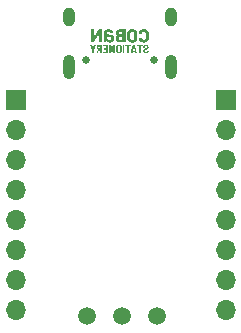
<source format=gbr>
%TF.GenerationSoftware,KiCad,Pcbnew,7.0.6-0*%
%TF.CreationDate,2023-07-21T12:15:06+07:00*%
%TF.ProjectId,RP2040Reference,52503230-3430-4526-9566-6572656e6365,rev?*%
%TF.SameCoordinates,Original*%
%TF.FileFunction,Soldermask,Bot*%
%TF.FilePolarity,Negative*%
%FSLAX46Y46*%
G04 Gerber Fmt 4.6, Leading zero omitted, Abs format (unit mm)*
G04 Created by KiCad (PCBNEW 7.0.6-0) date 2023-07-21 12:15:06*
%MOMM*%
%LPD*%
G01*
G04 APERTURE LIST*
%ADD10C,0.000000*%
%ADD11R,1.700000X1.700000*%
%ADD12O,1.700000X1.700000*%
%ADD13C,0.650000*%
%ADD14O,1.000000X2.100000*%
%ADD15O,1.000000X1.600000*%
%ADD16C,1.500000*%
G04 APERTURE END LIST*
D10*
G36*
X101917881Y-58703380D02*
G01*
X101918498Y-58703427D01*
X101919108Y-58703505D01*
X101919710Y-58703615D01*
X101920304Y-58703756D01*
X101920890Y-58703929D01*
X101921468Y-58704132D01*
X101922039Y-58704368D01*
X101922601Y-58704635D01*
X101923155Y-58704933D01*
X101923702Y-58705263D01*
X101924240Y-58705624D01*
X101924771Y-58706017D01*
X101925294Y-58706442D01*
X101925809Y-58706898D01*
X101926317Y-58707386D01*
X101926682Y-58707771D01*
X101927023Y-58708172D01*
X101927342Y-58708588D01*
X101927636Y-58709020D01*
X101927907Y-58709469D01*
X101928155Y-58709933D01*
X101928378Y-58710412D01*
X101928579Y-58710908D01*
X101928755Y-58711420D01*
X101928909Y-58711947D01*
X101929038Y-58712490D01*
X101929144Y-58713049D01*
X101929227Y-58713623D01*
X101929286Y-58714214D01*
X101929321Y-58714820D01*
X101929333Y-58715442D01*
X101929333Y-58814105D01*
X101929321Y-58814731D01*
X101929286Y-58815349D01*
X101929227Y-58815959D01*
X101929144Y-58816561D01*
X101929038Y-58817155D01*
X101928909Y-58817741D01*
X101928755Y-58818319D01*
X101928579Y-58818890D01*
X101928378Y-58819452D01*
X101928155Y-58820006D01*
X101927907Y-58820553D01*
X101927636Y-58821091D01*
X101927342Y-58821622D01*
X101927023Y-58822145D01*
X101926682Y-58822660D01*
X101926317Y-58823167D01*
X101925809Y-58823535D01*
X101925294Y-58823879D01*
X101924771Y-58824199D01*
X101924240Y-58824495D01*
X101923702Y-58824767D01*
X101923155Y-58825015D01*
X101922601Y-58825240D01*
X101922039Y-58825441D01*
X101921468Y-58825619D01*
X101920890Y-58825772D01*
X101920304Y-58825902D01*
X101919710Y-58826008D01*
X101919108Y-58826091D01*
X101918498Y-58826150D01*
X101917881Y-58826185D01*
X101917254Y-58826197D01*
X101769247Y-58826197D01*
X101768938Y-58826202D01*
X101768639Y-58826216D01*
X101768349Y-58826241D01*
X101768070Y-58826275D01*
X101767800Y-58826319D01*
X101767540Y-58826373D01*
X101767290Y-58826437D01*
X101767049Y-58826510D01*
X101766818Y-58826593D01*
X101766598Y-58826686D01*
X101766387Y-58826789D01*
X101766185Y-58826902D01*
X101765994Y-58827024D01*
X101765812Y-58827156D01*
X101765640Y-58827298D01*
X101765478Y-58827450D01*
X101765326Y-58827612D01*
X101765183Y-58827784D01*
X101765051Y-58827965D01*
X101764928Y-58828157D01*
X101764815Y-58828358D01*
X101764711Y-58828569D01*
X101764618Y-58828790D01*
X101764534Y-58829021D01*
X101764461Y-58829262D01*
X101764397Y-58829512D01*
X101764343Y-58829773D01*
X101764298Y-58830043D01*
X101764264Y-58830324D01*
X101764239Y-58830614D01*
X101764224Y-58830914D01*
X101764220Y-58831224D01*
X101764220Y-59396043D01*
X101764208Y-59396669D01*
X101764172Y-59397287D01*
X101764114Y-59397897D01*
X101764031Y-59398499D01*
X101763925Y-59399093D01*
X101763795Y-59399679D01*
X101763642Y-59400257D01*
X101763465Y-59400827D01*
X101763265Y-59401389D01*
X101763041Y-59401944D01*
X101762794Y-59402490D01*
X101762523Y-59403029D01*
X101762228Y-59403560D01*
X101761910Y-59404083D01*
X101761569Y-59404598D01*
X101761203Y-59405105D01*
X101760696Y-59405473D01*
X101760180Y-59405817D01*
X101759657Y-59406137D01*
X101759125Y-59406433D01*
X101758586Y-59406705D01*
X101758038Y-59406953D01*
X101757483Y-59407178D01*
X101756920Y-59407379D01*
X101756350Y-59407556D01*
X101755771Y-59407710D01*
X101755185Y-59407840D01*
X101754592Y-59407946D01*
X101753990Y-59408029D01*
X101753381Y-59408088D01*
X101752765Y-59408123D01*
X101752141Y-59408135D01*
X101634336Y-59408135D01*
X101633716Y-59408123D01*
X101633111Y-59408088D01*
X101632523Y-59408029D01*
X101631949Y-59407946D01*
X101631392Y-59407840D01*
X101630849Y-59407710D01*
X101630323Y-59407556D01*
X101629811Y-59407379D01*
X101629315Y-59407178D01*
X101628835Y-59406953D01*
X101628370Y-59406705D01*
X101627921Y-59406433D01*
X101627487Y-59406137D01*
X101627069Y-59405817D01*
X101626666Y-59405473D01*
X101626279Y-59405105D01*
X101625791Y-59404598D01*
X101625335Y-59404083D01*
X101624911Y-59403560D01*
X101624518Y-59403029D01*
X101624156Y-59402490D01*
X101623826Y-59401944D01*
X101623528Y-59401389D01*
X101623261Y-59400827D01*
X101623026Y-59400257D01*
X101622822Y-59399679D01*
X101622649Y-59399093D01*
X101622508Y-59398499D01*
X101622398Y-59397897D01*
X101622320Y-59397287D01*
X101622273Y-59396669D01*
X101622257Y-59396043D01*
X101622257Y-58831224D01*
X101622252Y-58830914D01*
X101622238Y-58830614D01*
X101622213Y-58830324D01*
X101622179Y-58830043D01*
X101622134Y-58829773D01*
X101622080Y-58829512D01*
X101622016Y-58829262D01*
X101621942Y-58829021D01*
X101621859Y-58828790D01*
X101621765Y-58828569D01*
X101621662Y-58828358D01*
X101621549Y-58828157D01*
X101621425Y-58827965D01*
X101621293Y-58827784D01*
X101621150Y-58827612D01*
X101620997Y-58827450D01*
X101620835Y-58827298D01*
X101620663Y-58827156D01*
X101620480Y-58827024D01*
X101620289Y-58826902D01*
X101620087Y-58826789D01*
X101619875Y-58826686D01*
X101619654Y-58826593D01*
X101619422Y-58826510D01*
X101619181Y-58826437D01*
X101618930Y-58826373D01*
X101618669Y-58826319D01*
X101618398Y-58826275D01*
X101618118Y-58826241D01*
X101617827Y-58826216D01*
X101617527Y-58826202D01*
X101617217Y-58826197D01*
X101464182Y-58826197D01*
X101463562Y-58826185D01*
X101462958Y-58826150D01*
X101462369Y-58826091D01*
X101461796Y-58826008D01*
X101461238Y-58825902D01*
X101460696Y-58825772D01*
X101460169Y-58825619D01*
X101459658Y-58825441D01*
X101459162Y-58825240D01*
X101458682Y-58825015D01*
X101458217Y-58824767D01*
X101457767Y-58824495D01*
X101457334Y-58824199D01*
X101456915Y-58823879D01*
X101456513Y-58823535D01*
X101456125Y-58823167D01*
X101455640Y-58822660D01*
X101455185Y-58822145D01*
X101454762Y-58821622D01*
X101454370Y-58821091D01*
X101454009Y-58820553D01*
X101453679Y-58820006D01*
X101453380Y-58819452D01*
X101453113Y-58818890D01*
X101452877Y-58818319D01*
X101452672Y-58817741D01*
X101452498Y-58817155D01*
X101452356Y-58816561D01*
X101452246Y-58815959D01*
X101452167Y-58815349D01*
X101452120Y-58814731D01*
X101452104Y-58814105D01*
X101452104Y-58715442D01*
X101452120Y-58714820D01*
X101452167Y-58714214D01*
X101452246Y-58713623D01*
X101452356Y-58713049D01*
X101452498Y-58712490D01*
X101452672Y-58711947D01*
X101452877Y-58711420D01*
X101453113Y-58710908D01*
X101453380Y-58710412D01*
X101453679Y-58709933D01*
X101454009Y-58709469D01*
X101454370Y-58709020D01*
X101454762Y-58708588D01*
X101455185Y-58708172D01*
X101455640Y-58707771D01*
X101456125Y-58707386D01*
X101456513Y-58706898D01*
X101456915Y-58706442D01*
X101457334Y-58706017D01*
X101457767Y-58705624D01*
X101458217Y-58705263D01*
X101458682Y-58704933D01*
X101459162Y-58704635D01*
X101459658Y-58704368D01*
X101460169Y-58704132D01*
X101460696Y-58703929D01*
X101461238Y-58703756D01*
X101461796Y-58703615D01*
X101462369Y-58703505D01*
X101462958Y-58703427D01*
X101463562Y-58703380D01*
X101464182Y-58703364D01*
X101917254Y-58703364D01*
X101917881Y-58703380D01*
G37*
G36*
X100216037Y-58703380D02*
G01*
X100216651Y-58703427D01*
X100217259Y-58703505D01*
X100217859Y-58703615D01*
X100218453Y-58703756D01*
X100219038Y-58703929D01*
X100219617Y-58704132D01*
X100220187Y-58704368D01*
X100220750Y-58704635D01*
X100221305Y-58704933D01*
X100221852Y-58705263D01*
X100222391Y-58705624D01*
X100222922Y-58706017D01*
X100223444Y-58706442D01*
X100223958Y-58706898D01*
X100224464Y-58707386D01*
X100224829Y-58707771D01*
X100225171Y-58708172D01*
X100225489Y-58708588D01*
X100225783Y-58709020D01*
X100226054Y-58709469D01*
X100226302Y-58709933D01*
X100226526Y-58710412D01*
X100226726Y-58710908D01*
X100226903Y-58711420D01*
X100227056Y-58711947D01*
X100227185Y-58712490D01*
X100227291Y-58713049D01*
X100227374Y-58713623D01*
X100227433Y-58714214D01*
X100227468Y-58714820D01*
X100227480Y-58715442D01*
X100227480Y-59121194D01*
X100227482Y-59121442D01*
X100227488Y-59121682D01*
X100227498Y-59121914D01*
X100227512Y-59122138D01*
X100227530Y-59122354D01*
X100227552Y-59122562D01*
X100227578Y-59122763D01*
X100227608Y-59122955D01*
X100227642Y-59123140D01*
X100227680Y-59123317D01*
X100227722Y-59123486D01*
X100227767Y-59123647D01*
X100227817Y-59123800D01*
X100227871Y-59123945D01*
X100227928Y-59124083D01*
X100227989Y-59124212D01*
X100228054Y-59124334D01*
X100228124Y-59124447D01*
X100228196Y-59124553D01*
X100228273Y-59124651D01*
X100228354Y-59124742D01*
X100228438Y-59124824D01*
X100228526Y-59124899D01*
X100228618Y-59124965D01*
X100228714Y-59125024D01*
X100228814Y-59125075D01*
X100228917Y-59125118D01*
X100229025Y-59125153D01*
X100229135Y-59125181D01*
X100229250Y-59125200D01*
X100229369Y-59125212D01*
X100229491Y-59125216D01*
X100229744Y-59125204D01*
X100229997Y-59125169D01*
X100230250Y-59125110D01*
X100230503Y-59125027D01*
X100230756Y-59124921D01*
X100231009Y-59124792D01*
X100231262Y-59124638D01*
X100231515Y-59124462D01*
X100231768Y-59124261D01*
X100232021Y-59124038D01*
X100232274Y-59123790D01*
X100232527Y-59123519D01*
X100232780Y-59123225D01*
X100233033Y-59122906D01*
X100233286Y-59122565D01*
X100233539Y-59122199D01*
X100425838Y-58712426D01*
X100426363Y-58711328D01*
X100426936Y-58710301D01*
X100427556Y-58709345D01*
X100428223Y-58708460D01*
X100428939Y-58707645D01*
X100429701Y-58706902D01*
X100430511Y-58706230D01*
X100431368Y-58705628D01*
X100432272Y-58705097D01*
X100433223Y-58704637D01*
X100434221Y-58704248D01*
X100435266Y-58703930D01*
X100436358Y-58703682D01*
X100437497Y-58703506D01*
X100438682Y-58703400D01*
X100439914Y-58703364D01*
X100561755Y-58703364D01*
X100562381Y-58703380D01*
X100562998Y-58703427D01*
X100563608Y-58703505D01*
X100564210Y-58703615D01*
X100564804Y-58703756D01*
X100565390Y-58703929D01*
X100565967Y-58704132D01*
X100566537Y-58704368D01*
X100567098Y-58704635D01*
X100567652Y-58704933D01*
X100568197Y-58705263D01*
X100568735Y-58705624D01*
X100569264Y-58706017D01*
X100569785Y-58706442D01*
X100570298Y-58706898D01*
X100570803Y-58707386D01*
X100571168Y-58707771D01*
X100571510Y-58708172D01*
X100571828Y-58708588D01*
X100572123Y-58709020D01*
X100572394Y-58709469D01*
X100572641Y-58709933D01*
X100572865Y-58710412D01*
X100573065Y-58710908D01*
X100573242Y-58711420D01*
X100573395Y-58711947D01*
X100573525Y-58712490D01*
X100573631Y-58713049D01*
X100573713Y-58713623D01*
X100573772Y-58714214D01*
X100573808Y-58714820D01*
X100573819Y-58715442D01*
X100573819Y-59396043D01*
X100573808Y-59396669D01*
X100573772Y-59397287D01*
X100573713Y-59397897D01*
X100573631Y-59398499D01*
X100573525Y-59399093D01*
X100573395Y-59399679D01*
X100573242Y-59400257D01*
X100573065Y-59400827D01*
X100572865Y-59401389D01*
X100572641Y-59401944D01*
X100572394Y-59402490D01*
X100572123Y-59403029D01*
X100571828Y-59403560D01*
X100571510Y-59404083D01*
X100571168Y-59404598D01*
X100570803Y-59405105D01*
X100570298Y-59405473D01*
X100569785Y-59405817D01*
X100569264Y-59406137D01*
X100568735Y-59406433D01*
X100568197Y-59406705D01*
X100567652Y-59406953D01*
X100567098Y-59407178D01*
X100566537Y-59407379D01*
X100565967Y-59407556D01*
X100565390Y-59407710D01*
X100564804Y-59407840D01*
X100564210Y-59407946D01*
X100563608Y-59408029D01*
X100562998Y-59408088D01*
X100562381Y-59408123D01*
X100561755Y-59408135D01*
X100444967Y-59408135D01*
X100444345Y-59408123D01*
X100443738Y-59408088D01*
X100443147Y-59408029D01*
X100442572Y-59407946D01*
X100442012Y-59407840D01*
X100441468Y-59407710D01*
X100440939Y-59407556D01*
X100440426Y-59407379D01*
X100439930Y-59407178D01*
X100439449Y-59406953D01*
X100438983Y-59406705D01*
X100438534Y-59406433D01*
X100438101Y-59406137D01*
X100437684Y-59405817D01*
X100437283Y-59405473D01*
X100436898Y-59405105D01*
X100436412Y-59404598D01*
X100435958Y-59404083D01*
X100435534Y-59403560D01*
X100435142Y-59403029D01*
X100434781Y-59402490D01*
X100434451Y-59401944D01*
X100434152Y-59401389D01*
X100433885Y-59400827D01*
X100433649Y-59400257D01*
X100433444Y-59399679D01*
X100433271Y-59399093D01*
X100433129Y-59398499D01*
X100433018Y-59397897D01*
X100432939Y-59397287D01*
X100432892Y-59396669D01*
X100432876Y-59396043D01*
X100433881Y-58990305D01*
X100433874Y-58989817D01*
X100433864Y-58989585D01*
X100433850Y-58989360D01*
X100433833Y-58989144D01*
X100433811Y-58988935D01*
X100433786Y-58988734D01*
X100433757Y-58988541D01*
X100433724Y-58988356D01*
X100433687Y-58988179D01*
X100433646Y-58988010D01*
X100433601Y-58987848D01*
X100433552Y-58987694D01*
X100433499Y-58987548D01*
X100433443Y-58987410D01*
X100433382Y-58987280D01*
X100433317Y-58987158D01*
X100433249Y-58987044D01*
X100433176Y-58986937D01*
X100433100Y-58986838D01*
X100433019Y-58986748D01*
X100432935Y-58986665D01*
X100432846Y-58986590D01*
X100432754Y-58986523D01*
X100432658Y-58986463D01*
X100432557Y-58986412D01*
X100432453Y-58986369D01*
X100432344Y-58986333D01*
X100432232Y-58986305D01*
X100432115Y-58986286D01*
X100431995Y-58986274D01*
X100431870Y-58986270D01*
X100431617Y-58986282D01*
X100431365Y-58986318D01*
X100431112Y-58986377D01*
X100430859Y-58986460D01*
X100430606Y-58986567D01*
X100430354Y-58986698D01*
X100430102Y-58986853D01*
X100429850Y-58987031D01*
X100429598Y-58987232D01*
X100429347Y-58987457D01*
X100429096Y-58987706D01*
X100428846Y-58987978D01*
X100428596Y-58988273D01*
X100428346Y-58988592D01*
X100428097Y-58988934D01*
X100427849Y-58989299D01*
X100235550Y-59399073D01*
X100235021Y-59400169D01*
X100234445Y-59401194D01*
X100233822Y-59402149D01*
X100233153Y-59403034D01*
X100232437Y-59403848D01*
X100231674Y-59404591D01*
X100230864Y-59405264D01*
X100230007Y-59405866D01*
X100229103Y-59406397D01*
X100228151Y-59406858D01*
X100227153Y-59407248D01*
X100226107Y-59407567D01*
X100225013Y-59407815D01*
X100223872Y-59407993D01*
X100222684Y-59408099D01*
X100221447Y-59408135D01*
X100098602Y-59408135D01*
X100097984Y-59408123D01*
X100097381Y-59408088D01*
X100096794Y-59408029D01*
X100096221Y-59407946D01*
X100095664Y-59407840D01*
X100095122Y-59407710D01*
X100094595Y-59407556D01*
X100094084Y-59407379D01*
X100093588Y-59407178D01*
X100093108Y-59406953D01*
X100092643Y-59406705D01*
X100092194Y-59406433D01*
X100091761Y-59406137D01*
X100091344Y-59405817D01*
X100090943Y-59405473D01*
X100090558Y-59405105D01*
X100090073Y-59404598D01*
X100089618Y-59404083D01*
X100089195Y-59403560D01*
X100088802Y-59403029D01*
X100088441Y-59402490D01*
X100088111Y-59401944D01*
X100087813Y-59401389D01*
X100087545Y-59400827D01*
X100087309Y-59400257D01*
X100087104Y-59399679D01*
X100086931Y-59399093D01*
X100086789Y-59398499D01*
X100086679Y-59397897D01*
X100086600Y-59397287D01*
X100086552Y-59396669D01*
X100086536Y-59396043D01*
X100086536Y-58715442D01*
X100086552Y-58714820D01*
X100086600Y-58714214D01*
X100086679Y-58713623D01*
X100086789Y-58713049D01*
X100086931Y-58712490D01*
X100087104Y-58711947D01*
X100087309Y-58711420D01*
X100087545Y-58710908D01*
X100087813Y-58710412D01*
X100088111Y-58709933D01*
X100088441Y-58709469D01*
X100088802Y-58709020D01*
X100089195Y-58708588D01*
X100089618Y-58708172D01*
X100090073Y-58707771D01*
X100090558Y-58707386D01*
X100090943Y-58706898D01*
X100091344Y-58706442D01*
X100091761Y-58706017D01*
X100092194Y-58705624D01*
X100092643Y-58705263D01*
X100093108Y-58704933D01*
X100093588Y-58704635D01*
X100094084Y-58704368D01*
X100094595Y-58704132D01*
X100095122Y-58703929D01*
X100095664Y-58703756D01*
X100096221Y-58703615D01*
X100096794Y-58703505D01*
X100097381Y-58703427D01*
X100097984Y-58703380D01*
X100098602Y-58703364D01*
X100215415Y-58703364D01*
X100216037Y-58703380D01*
G37*
G36*
X99971456Y-58703380D02*
G01*
X99972070Y-58703427D01*
X99972678Y-58703505D01*
X99973279Y-58703615D01*
X99973872Y-58703756D01*
X99974458Y-58703929D01*
X99975036Y-58704132D01*
X99975607Y-58704368D01*
X99976169Y-58704635D01*
X99976724Y-58704933D01*
X99977272Y-58705263D01*
X99977810Y-58705624D01*
X99978341Y-58706017D01*
X99978864Y-58706442D01*
X99979378Y-58706898D01*
X99979883Y-58707386D01*
X99980253Y-58707771D01*
X99980599Y-58708172D01*
X99980920Y-58708588D01*
X99981218Y-58709020D01*
X99981491Y-58709469D01*
X99981741Y-58709933D01*
X99981967Y-58710412D01*
X99982168Y-58710908D01*
X99982346Y-58711420D01*
X99982500Y-58711947D01*
X99982630Y-58712490D01*
X99982737Y-58713049D01*
X99982819Y-58713623D01*
X99982878Y-58714214D01*
X99982914Y-58714820D01*
X99982925Y-58715442D01*
X99982925Y-59396043D01*
X99982914Y-59396669D01*
X99982878Y-59397287D01*
X99982819Y-59397897D01*
X99982737Y-59398499D01*
X99982630Y-59399093D01*
X99982500Y-59399679D01*
X99982346Y-59400257D01*
X99982168Y-59400827D01*
X99981967Y-59401389D01*
X99981741Y-59401944D01*
X99981491Y-59402490D01*
X99981218Y-59403029D01*
X99980920Y-59403560D01*
X99980599Y-59404083D01*
X99980253Y-59404598D01*
X99979883Y-59405105D01*
X99979378Y-59405473D01*
X99978864Y-59405817D01*
X99978341Y-59406137D01*
X99977810Y-59406433D01*
X99977272Y-59406705D01*
X99976724Y-59406953D01*
X99976169Y-59407178D01*
X99975607Y-59407379D01*
X99975036Y-59407556D01*
X99974458Y-59407710D01*
X99973872Y-59407840D01*
X99973279Y-59407946D01*
X99972678Y-59408029D01*
X99972070Y-59408088D01*
X99971456Y-59408123D01*
X99970834Y-59408135D01*
X99566075Y-59408135D01*
X99565453Y-59408123D01*
X99564847Y-59408088D01*
X99564257Y-59408029D01*
X99563683Y-59407946D01*
X99563125Y-59407840D01*
X99562583Y-59407710D01*
X99562057Y-59407556D01*
X99561547Y-59407379D01*
X99561053Y-59407178D01*
X99560574Y-59406953D01*
X99560111Y-59406705D01*
X99559664Y-59406433D01*
X99559232Y-59406137D01*
X99558816Y-59405817D01*
X99558416Y-59405473D01*
X99558031Y-59405105D01*
X99557546Y-59404598D01*
X99557091Y-59404083D01*
X99556668Y-59403560D01*
X99556276Y-59403029D01*
X99555915Y-59402490D01*
X99555585Y-59401944D01*
X99555286Y-59401389D01*
X99555018Y-59400827D01*
X99554782Y-59400257D01*
X99554578Y-59399679D01*
X99554404Y-59399093D01*
X99554262Y-59398499D01*
X99554152Y-59397897D01*
X99554073Y-59397287D01*
X99554026Y-59396669D01*
X99554010Y-59396043D01*
X99554010Y-59298386D01*
X99554026Y-59297766D01*
X99554073Y-59297161D01*
X99554152Y-59296573D01*
X99554262Y-59295999D01*
X99554404Y-59295442D01*
X99554578Y-59294899D01*
X99554782Y-59294372D01*
X99555018Y-59293861D01*
X99555286Y-59293365D01*
X99555585Y-59292885D01*
X99555915Y-59292420D01*
X99556276Y-59291971D01*
X99556668Y-59291537D01*
X99557091Y-59291119D01*
X99557546Y-59290716D01*
X99558031Y-59290329D01*
X99558416Y-59289841D01*
X99558816Y-59289385D01*
X99559232Y-59288961D01*
X99559664Y-59288568D01*
X99560111Y-59288206D01*
X99560574Y-59287876D01*
X99561053Y-59287578D01*
X99561547Y-59287311D01*
X99562057Y-59287076D01*
X99562583Y-59286872D01*
X99563125Y-59286699D01*
X99563683Y-59286558D01*
X99564257Y-59286448D01*
X99564847Y-59286370D01*
X99565453Y-59286323D01*
X99566075Y-59286307D01*
X99835923Y-59286307D01*
X99836233Y-59286303D01*
X99836533Y-59286288D01*
X99836823Y-59286263D01*
X99837104Y-59286229D01*
X99837374Y-59286184D01*
X99837635Y-59286130D01*
X99837885Y-59286066D01*
X99838126Y-59285992D01*
X99838357Y-59285909D01*
X99838578Y-59285815D01*
X99838789Y-59285712D01*
X99838990Y-59285599D01*
X99839182Y-59285476D01*
X99839363Y-59285343D01*
X99839535Y-59285200D01*
X99839697Y-59285047D01*
X99839849Y-59284885D01*
X99839991Y-59284713D01*
X99840123Y-59284530D01*
X99840245Y-59284338D01*
X99840358Y-59284137D01*
X99840461Y-59283925D01*
X99840554Y-59283703D01*
X99840637Y-59283472D01*
X99840710Y-59283231D01*
X99840774Y-59282980D01*
X99840828Y-59282719D01*
X99840872Y-59282448D01*
X99840906Y-59282168D01*
X99840931Y-59281877D01*
X99840950Y-59281267D01*
X99840950Y-59119170D01*
X99840945Y-59118861D01*
X99840931Y-59118562D01*
X99840906Y-59118273D01*
X99840872Y-59117993D01*
X99840828Y-59117723D01*
X99840774Y-59117463D01*
X99840710Y-59117213D01*
X99840637Y-59116973D01*
X99840554Y-59116742D01*
X99840461Y-59116521D01*
X99840358Y-59116310D01*
X99840245Y-59116109D01*
X99840123Y-59115917D01*
X99839991Y-59115735D01*
X99839849Y-59115564D01*
X99839697Y-59115401D01*
X99839535Y-59115249D01*
X99839363Y-59115107D01*
X99839182Y-59114974D01*
X99838990Y-59114851D01*
X99838789Y-59114738D01*
X99838578Y-59114635D01*
X99838357Y-59114541D01*
X99838126Y-59114458D01*
X99837885Y-59114384D01*
X99837635Y-59114320D01*
X99837374Y-59114266D01*
X99837104Y-59114222D01*
X99836823Y-59114187D01*
X99836533Y-59114163D01*
X99836233Y-59114148D01*
X99835923Y-59114143D01*
X99667780Y-59114143D01*
X99667158Y-59114131D01*
X99666551Y-59114096D01*
X99665960Y-59114037D01*
X99665384Y-59113955D01*
X99664825Y-59113848D01*
X99664280Y-59113719D01*
X99663752Y-59113566D01*
X99663239Y-59113389D01*
X99662743Y-59113189D01*
X99662262Y-59112965D01*
X99661796Y-59112717D01*
X99661347Y-59112446D01*
X99660914Y-59112152D01*
X99660497Y-59111834D01*
X99660096Y-59111492D01*
X99659711Y-59111127D01*
X99659225Y-59110619D01*
X99658771Y-59110104D01*
X99658347Y-59109580D01*
X99657955Y-59109049D01*
X99657594Y-59108509D01*
X99657264Y-59107962D01*
X99656965Y-59107407D01*
X99656698Y-59106844D01*
X99656462Y-59106273D01*
X99656257Y-59105695D01*
X99656084Y-59105109D01*
X99655942Y-59104515D01*
X99655831Y-59103914D01*
X99655752Y-59103305D01*
X99655705Y-59102689D01*
X99655689Y-59102065D01*
X99655689Y-59004394D01*
X99655705Y-59003774D01*
X99655752Y-59003170D01*
X99655831Y-59002581D01*
X99655942Y-59002008D01*
X99656084Y-59001450D01*
X99656257Y-59000908D01*
X99656462Y-59000381D01*
X99656698Y-58999869D01*
X99656965Y-58999374D01*
X99657264Y-58998893D01*
X99657594Y-58998429D01*
X99657955Y-58997979D01*
X99658347Y-58997546D01*
X99658771Y-58997127D01*
X99659225Y-58996725D01*
X99659711Y-58996337D01*
X99660096Y-58995852D01*
X99660497Y-58995397D01*
X99660914Y-58994974D01*
X99661347Y-58994582D01*
X99661796Y-58994220D01*
X99662262Y-58993890D01*
X99662743Y-58993592D01*
X99663239Y-58993324D01*
X99663752Y-58993088D01*
X99664280Y-58992883D01*
X99664825Y-58992710D01*
X99665384Y-58992568D01*
X99665960Y-58992458D01*
X99666551Y-58992379D01*
X99667158Y-58992331D01*
X99667780Y-58992316D01*
X99835923Y-58992316D01*
X99836233Y-58992311D01*
X99836533Y-58992296D01*
X99836823Y-58992271D01*
X99837104Y-58992237D01*
X99837374Y-58992193D01*
X99837635Y-58992138D01*
X99837885Y-58992075D01*
X99838126Y-58992001D01*
X99838357Y-58991917D01*
X99838578Y-58991824D01*
X99838789Y-58991721D01*
X99838990Y-58991607D01*
X99839182Y-58991485D01*
X99839363Y-58991352D01*
X99839535Y-58991209D01*
X99839697Y-58991057D01*
X99839849Y-58990895D01*
X99839991Y-58990723D01*
X99840123Y-58990541D01*
X99840245Y-58990350D01*
X99840358Y-58990149D01*
X99840461Y-58989938D01*
X99840554Y-58989717D01*
X99840637Y-58989486D01*
X99840710Y-58989246D01*
X99840774Y-58988995D01*
X99840828Y-58988735D01*
X99840872Y-58988465D01*
X99840906Y-58988186D01*
X99840931Y-58987897D01*
X99840945Y-58987597D01*
X99840950Y-58987289D01*
X99840950Y-58830219D01*
X99840945Y-58829909D01*
X99840931Y-58829608D01*
X99840906Y-58829318D01*
X99840872Y-58829038D01*
X99840828Y-58828767D01*
X99840774Y-58828507D01*
X99840710Y-58828256D01*
X99840637Y-58828016D01*
X99840554Y-58827785D01*
X99840461Y-58827564D01*
X99840358Y-58827353D01*
X99840245Y-58827151D01*
X99840123Y-58826960D01*
X99839991Y-58826778D01*
X99839849Y-58826607D01*
X99839697Y-58826445D01*
X99839535Y-58826293D01*
X99839363Y-58826151D01*
X99839182Y-58826019D01*
X99838990Y-58825896D01*
X99838789Y-58825784D01*
X99838578Y-58825681D01*
X99838357Y-58825588D01*
X99838126Y-58825504D01*
X99837885Y-58825431D01*
X99837635Y-58825368D01*
X99837374Y-58825314D01*
X99837104Y-58825270D01*
X99836823Y-58825236D01*
X99836533Y-58825211D01*
X99836233Y-58825196D01*
X99835923Y-58825192D01*
X99566075Y-58825192D01*
X99565453Y-58825180D01*
X99564847Y-58825144D01*
X99564257Y-58825084D01*
X99563683Y-58825001D01*
X99563125Y-58824894D01*
X99562583Y-58824763D01*
X99562057Y-58824609D01*
X99561547Y-58824431D01*
X99561053Y-58824229D01*
X99560574Y-58824004D01*
X99560111Y-58823756D01*
X99559664Y-58823484D01*
X99559232Y-58823188D01*
X99558816Y-58822870D01*
X99558416Y-58822527D01*
X99558031Y-58822162D01*
X99557546Y-58821655D01*
X99557091Y-58821139D01*
X99556668Y-58820617D01*
X99556276Y-58820086D01*
X99555915Y-58819547D01*
X99555585Y-58819001D01*
X99555286Y-58818446D01*
X99555018Y-58817884D01*
X99554782Y-58817314D01*
X99554578Y-58816736D01*
X99554404Y-58816150D01*
X99554262Y-58815556D01*
X99554152Y-58814954D01*
X99554073Y-58814344D01*
X99554026Y-58813726D01*
X99554010Y-58813100D01*
X99554010Y-58715442D01*
X99554026Y-58714820D01*
X99554073Y-58714214D01*
X99554152Y-58713623D01*
X99554262Y-58713049D01*
X99554404Y-58712490D01*
X99554578Y-58711947D01*
X99554782Y-58711420D01*
X99555018Y-58710908D01*
X99555286Y-58710412D01*
X99555585Y-58709933D01*
X99555915Y-58709469D01*
X99556276Y-58709020D01*
X99556668Y-58708588D01*
X99557091Y-58708172D01*
X99557546Y-58707771D01*
X99558031Y-58707386D01*
X99558416Y-58706898D01*
X99558816Y-58706442D01*
X99559232Y-58706017D01*
X99559664Y-58705624D01*
X99560111Y-58705263D01*
X99560574Y-58704933D01*
X99561053Y-58704635D01*
X99561547Y-58704368D01*
X99562057Y-58704132D01*
X99562583Y-58703929D01*
X99563125Y-58703756D01*
X99563683Y-58703615D01*
X99564257Y-58703505D01*
X99564847Y-58703427D01*
X99565453Y-58703380D01*
X99566075Y-58703364D01*
X99970834Y-58703364D01*
X99971456Y-58703380D01*
G37*
G36*
X102468028Y-58104627D02*
G01*
X102467395Y-58119751D01*
X102466341Y-58134640D01*
X102464865Y-58149294D01*
X102462968Y-58163711D01*
X102460649Y-58177893D01*
X102457908Y-58191840D01*
X102454745Y-58205551D01*
X102451161Y-58219026D01*
X102447155Y-58232265D01*
X102442727Y-58245269D01*
X102437878Y-58258037D01*
X102432607Y-58270570D01*
X102426914Y-58282867D01*
X102420800Y-58294928D01*
X102414264Y-58306754D01*
X102407349Y-58318300D01*
X102400100Y-58329524D01*
X102392516Y-58340426D01*
X102384597Y-58351005D01*
X102376344Y-58361262D01*
X102367755Y-58371196D01*
X102358831Y-58380808D01*
X102349573Y-58390097D01*
X102339980Y-58399064D01*
X102330052Y-58407709D01*
X102319789Y-58416031D01*
X102309191Y-58424030D01*
X102298258Y-58431707D01*
X102286991Y-58439062D01*
X102275389Y-58446094D01*
X102263451Y-58452804D01*
X102251030Y-58458955D01*
X102238374Y-58464710D01*
X102225481Y-58470068D01*
X102212354Y-58475029D01*
X102198990Y-58479593D01*
X102185391Y-58483760D01*
X102171556Y-58487530D01*
X102157486Y-58490904D01*
X102143179Y-58493880D01*
X102128638Y-58496460D01*
X102113860Y-58498643D01*
X102098847Y-58500429D01*
X102083599Y-58501818D01*
X102068114Y-58502810D01*
X102052394Y-58503405D01*
X102036439Y-58503604D01*
X102020483Y-58503405D01*
X102004763Y-58502810D01*
X101989279Y-58501818D01*
X101974030Y-58500429D01*
X101959017Y-58498643D01*
X101944240Y-58496460D01*
X101929698Y-58493880D01*
X101915392Y-58490904D01*
X101901321Y-58487530D01*
X101887487Y-58483760D01*
X101873887Y-58479593D01*
X101860524Y-58475029D01*
X101847396Y-58470068D01*
X101834504Y-58464710D01*
X101821847Y-58458955D01*
X101809426Y-58452804D01*
X101797297Y-58446094D01*
X101785515Y-58439062D01*
X101774080Y-58431707D01*
X101762992Y-58424030D01*
X101752251Y-58416031D01*
X101741858Y-58407709D01*
X101731812Y-58399064D01*
X101722114Y-58390097D01*
X101712762Y-58380808D01*
X101703758Y-58371196D01*
X101695101Y-58361262D01*
X101686792Y-58351005D01*
X101678830Y-58340426D01*
X101671215Y-58329524D01*
X101663947Y-58318300D01*
X101657026Y-58306754D01*
X101650490Y-58294928D01*
X101644376Y-58282867D01*
X101638683Y-58270570D01*
X101633412Y-58258037D01*
X101628563Y-58245269D01*
X101624135Y-58232265D01*
X101620129Y-58219026D01*
X101616545Y-58205551D01*
X101613382Y-58191840D01*
X101610641Y-58177893D01*
X101608322Y-58163711D01*
X101606425Y-58149294D01*
X101604949Y-58134640D01*
X101603895Y-58119751D01*
X101603262Y-58104627D01*
X101603160Y-58097204D01*
X101866576Y-58097204D01*
X101866762Y-58107392D01*
X101867320Y-58117320D01*
X101868251Y-58126988D01*
X101869553Y-58136395D01*
X101871227Y-58145542D01*
X101873274Y-58154428D01*
X101875692Y-58163054D01*
X101878483Y-58171419D01*
X101881645Y-58179524D01*
X101885180Y-58187369D01*
X101889087Y-58194953D01*
X101893365Y-58202276D01*
X101898016Y-58209340D01*
X101903039Y-58216142D01*
X101908434Y-58222684D01*
X101914201Y-58228966D01*
X101920074Y-58234926D01*
X101926182Y-58240500D01*
X101932526Y-58245691D01*
X101939105Y-58250497D01*
X101945920Y-58254918D01*
X101952971Y-58258955D01*
X101960257Y-58262608D01*
X101967779Y-58265876D01*
X101975537Y-58268759D01*
X101983530Y-58271258D01*
X101991759Y-58273373D01*
X102000224Y-58275103D01*
X102008924Y-58276449D01*
X102017860Y-58277410D01*
X102027032Y-58277986D01*
X102036439Y-58278179D01*
X102045660Y-58277986D01*
X102054670Y-58277410D01*
X102063470Y-58276449D01*
X102072058Y-58275103D01*
X102080436Y-58273373D01*
X102088603Y-58271258D01*
X102096559Y-58268759D01*
X102104304Y-58265876D01*
X102111839Y-58262608D01*
X102119162Y-58258955D01*
X102126275Y-58254918D01*
X102133177Y-58250497D01*
X102139868Y-58245691D01*
X102146348Y-58240500D01*
X102152618Y-58234926D01*
X102158676Y-58228966D01*
X102164251Y-58222684D01*
X102169466Y-58216142D01*
X102174322Y-58209340D01*
X102178818Y-58202276D01*
X102182954Y-58194953D01*
X102186730Y-58187369D01*
X102190147Y-58179524D01*
X102193204Y-58171419D01*
X102195902Y-58163054D01*
X102198240Y-58154428D01*
X102200218Y-58145542D01*
X102201836Y-58136395D01*
X102203095Y-58126988D01*
X102203994Y-58117320D01*
X102204534Y-58107392D01*
X102204714Y-58097204D01*
X102204714Y-57768591D01*
X102204534Y-57758595D01*
X102203994Y-57748847D01*
X102203095Y-57739347D01*
X102201836Y-57730094D01*
X102200218Y-57721090D01*
X102198240Y-57712334D01*
X102195902Y-57703826D01*
X102193204Y-57695566D01*
X102190147Y-57687554D01*
X102186730Y-57679791D01*
X102182954Y-57672275D01*
X102178818Y-57665007D01*
X102174322Y-57657987D01*
X102169466Y-57651215D01*
X102164251Y-57644692D01*
X102158676Y-57638416D01*
X102152618Y-57632265D01*
X102146348Y-57626510D01*
X102139868Y-57621152D01*
X102133177Y-57616191D01*
X102126275Y-57611627D01*
X102119162Y-57607460D01*
X102111839Y-57603690D01*
X102104304Y-57600316D01*
X102096559Y-57597340D01*
X102088603Y-57594760D01*
X102080436Y-57592577D01*
X102072058Y-57590791D01*
X102063470Y-57589402D01*
X102054670Y-57588410D01*
X102045660Y-57587815D01*
X102036439Y-57587616D01*
X102027032Y-57587815D01*
X102017860Y-57588410D01*
X102008924Y-57589402D01*
X102000224Y-57590791D01*
X101991759Y-57592577D01*
X101983530Y-57594760D01*
X101975537Y-57597340D01*
X101967779Y-57600316D01*
X101960257Y-57603690D01*
X101952971Y-57607460D01*
X101945920Y-57611627D01*
X101939105Y-57616191D01*
X101932526Y-57621152D01*
X101926182Y-57626510D01*
X101920074Y-57632265D01*
X101914201Y-57638416D01*
X101908434Y-57644692D01*
X101903039Y-57651215D01*
X101898016Y-57657987D01*
X101893365Y-57665007D01*
X101889087Y-57672275D01*
X101885180Y-57679791D01*
X101881645Y-57687554D01*
X101878483Y-57695566D01*
X101875692Y-57703826D01*
X101873274Y-57712334D01*
X101871227Y-57721090D01*
X101869553Y-57730094D01*
X101868251Y-57739347D01*
X101867320Y-57748847D01*
X101866762Y-57758595D01*
X101866576Y-57768591D01*
X101866576Y-58097204D01*
X101603160Y-58097204D01*
X101603051Y-58089266D01*
X101603051Y-57771766D01*
X101603262Y-57756797D01*
X101603895Y-57742050D01*
X101604949Y-57727527D01*
X101606425Y-57713227D01*
X101608322Y-57699151D01*
X101610641Y-57685297D01*
X101613382Y-57671667D01*
X101616545Y-57658260D01*
X101620129Y-57645076D01*
X101624135Y-57632116D01*
X101628563Y-57619379D01*
X101633412Y-57606865D01*
X101638683Y-57594574D01*
X101644376Y-57582507D01*
X101650490Y-57570662D01*
X101657026Y-57559041D01*
X101663947Y-57547501D01*
X101671215Y-57536295D01*
X101678830Y-57525425D01*
X101686792Y-57514889D01*
X101695101Y-57504688D01*
X101703758Y-57494822D01*
X101712762Y-57485291D01*
X101722114Y-57476094D01*
X101731812Y-57467233D01*
X101741858Y-57458706D01*
X101752251Y-57450515D01*
X101762992Y-57442658D01*
X101774080Y-57435136D01*
X101785515Y-57427949D01*
X101797297Y-57421096D01*
X101809426Y-57414579D01*
X101821847Y-57408235D01*
X101834504Y-57402300D01*
X101847396Y-57396775D01*
X101860524Y-57391659D01*
X101873887Y-57386953D01*
X101887487Y-57382655D01*
X101901321Y-57378767D01*
X101915392Y-57375288D01*
X101929698Y-57372219D01*
X101944240Y-57369558D01*
X101959017Y-57367307D01*
X101974030Y-57365466D01*
X101989279Y-57364033D01*
X102004763Y-57363010D01*
X102020483Y-57362396D01*
X102036439Y-57362191D01*
X102052394Y-57362396D01*
X102068114Y-57363010D01*
X102083599Y-57364033D01*
X102098847Y-57365466D01*
X102113860Y-57367307D01*
X102128638Y-57369558D01*
X102143179Y-57372219D01*
X102157486Y-57375288D01*
X102171556Y-57378767D01*
X102185391Y-57382655D01*
X102198990Y-57386953D01*
X102212354Y-57391659D01*
X102225481Y-57396775D01*
X102238374Y-57402300D01*
X102251030Y-57408235D01*
X102263451Y-57414579D01*
X102275389Y-57421096D01*
X102286991Y-57427949D01*
X102298258Y-57435136D01*
X102309191Y-57442658D01*
X102319789Y-57450515D01*
X102330052Y-57458706D01*
X102339980Y-57467233D01*
X102349573Y-57476094D01*
X102358831Y-57485291D01*
X102367755Y-57494822D01*
X102376344Y-57504688D01*
X102384597Y-57514889D01*
X102392516Y-57525425D01*
X102400100Y-57536295D01*
X102407349Y-57547501D01*
X102414264Y-57559041D01*
X102420800Y-57570662D01*
X102426914Y-57582507D01*
X102432607Y-57594574D01*
X102437878Y-57606865D01*
X102442727Y-57619379D01*
X102447155Y-57632116D01*
X102451161Y-57645076D01*
X102454745Y-57658260D01*
X102457908Y-57671667D01*
X102460649Y-57685297D01*
X102462968Y-57699151D01*
X102464865Y-57713227D01*
X102466341Y-57727527D01*
X102467395Y-57742050D01*
X102468028Y-57756797D01*
X102468239Y-57771766D01*
X102468239Y-58089266D01*
X102468130Y-58097204D01*
X102468028Y-58104627D01*
G37*
G36*
X100503536Y-58169392D02*
G01*
X100503996Y-58189808D01*
X100503607Y-58208833D01*
X100502442Y-58227280D01*
X100500499Y-58245148D01*
X100497779Y-58262437D01*
X100494283Y-58279147D01*
X100490008Y-58295279D01*
X100484957Y-58310831D01*
X100479128Y-58325805D01*
X100472522Y-58340200D01*
X100465139Y-58354016D01*
X100456978Y-58367254D01*
X100448040Y-58379912D01*
X100438325Y-58391992D01*
X100427832Y-58403493D01*
X100416561Y-58414415D01*
X100404513Y-58424758D01*
X100391548Y-58434242D01*
X100378055Y-58443115D01*
X100364032Y-58451375D01*
X100349481Y-58459023D01*
X100334400Y-58466060D01*
X100318790Y-58472484D01*
X100302651Y-58478297D01*
X100285983Y-58483497D01*
X100268785Y-58488086D01*
X100251058Y-58492062D01*
X100232802Y-58495427D01*
X100214016Y-58498180D01*
X100194701Y-58500322D01*
X100174857Y-58501851D01*
X100154483Y-58502769D01*
X100133579Y-58503075D01*
X100109719Y-58502611D01*
X100086810Y-58501222D01*
X100064844Y-58498907D01*
X100043812Y-58495666D01*
X100023705Y-58491498D01*
X100004517Y-58486405D01*
X99995264Y-58483511D01*
X99986238Y-58480385D01*
X99977437Y-58477028D01*
X99968860Y-58473440D01*
X99960506Y-58469620D01*
X99952374Y-58465568D01*
X99944463Y-58461285D01*
X99936773Y-58456771D01*
X99929301Y-58452025D01*
X99922048Y-58447047D01*
X99915011Y-58441838D01*
X99908190Y-58436398D01*
X99901584Y-58430726D01*
X99895192Y-58424822D01*
X99889013Y-58418688D01*
X99883045Y-58412321D01*
X99877288Y-58405723D01*
X99871740Y-58398894D01*
X99866402Y-58391833D01*
X99861270Y-58384541D01*
X99860744Y-58383524D01*
X99860217Y-58382590D01*
X99859690Y-58381739D01*
X99859426Y-58381344D01*
X99859162Y-58380970D01*
X99858898Y-58380616D01*
X99858634Y-58380284D01*
X99858370Y-58379972D01*
X99858105Y-58379680D01*
X99857841Y-58379409D01*
X99857576Y-58379159D01*
X99857311Y-58378930D01*
X99857047Y-58378721D01*
X99856782Y-58378533D01*
X99856517Y-58378366D01*
X99856252Y-58378219D01*
X99855987Y-58378093D01*
X99855722Y-58377987D01*
X99855457Y-58377902D01*
X99855191Y-58377838D01*
X99854926Y-58377795D01*
X99854661Y-58377772D01*
X99854396Y-58377770D01*
X99854130Y-58377789D01*
X99853865Y-58377828D01*
X99853600Y-58377888D01*
X99853334Y-58377968D01*
X99853069Y-58378069D01*
X99852803Y-58378191D01*
X99852544Y-58378200D01*
X99852294Y-58378224D01*
X99852051Y-58378266D01*
X99851816Y-58378324D01*
X99851590Y-58378398D01*
X99851371Y-58378489D01*
X99851161Y-58378597D01*
X99850959Y-58378721D01*
X99850765Y-58378861D01*
X99850579Y-58379018D01*
X99850401Y-58379192D01*
X99850232Y-58379382D01*
X99849917Y-58379812D01*
X99849635Y-58380308D01*
X99849386Y-58380871D01*
X99849170Y-58381499D01*
X99848987Y-58382193D01*
X99848837Y-58382954D01*
X99848720Y-58383781D01*
X99848637Y-58384674D01*
X99848587Y-58385633D01*
X99848570Y-58386658D01*
X99848570Y-58460741D01*
X99848545Y-58462055D01*
X99848471Y-58463353D01*
X99848347Y-58464634D01*
X99848173Y-58465898D01*
X99847950Y-58467146D01*
X99847677Y-58468378D01*
X99847355Y-58469593D01*
X99846983Y-58470792D01*
X99846561Y-58471975D01*
X99846090Y-58473141D01*
X99845569Y-58474290D01*
X99844998Y-58475423D01*
X99844378Y-58476540D01*
X99843708Y-58477640D01*
X99842989Y-58478724D01*
X99842220Y-58479791D01*
X99841155Y-58480560D01*
X99840073Y-58481280D01*
X99838975Y-58481949D01*
X99837860Y-58482569D01*
X99836727Y-58483140D01*
X99835579Y-58483661D01*
X99834413Y-58484132D01*
X99833231Y-58484554D01*
X99832032Y-58484926D01*
X99830816Y-58485248D01*
X99829584Y-58485521D01*
X99828335Y-58485744D01*
X99827069Y-58485918D01*
X99825786Y-58486042D01*
X99824486Y-58486117D01*
X99823170Y-58486141D01*
X99630316Y-58486141D01*
X99629008Y-58486117D01*
X99627733Y-58486042D01*
X99626492Y-58485918D01*
X99625285Y-58485744D01*
X99624110Y-58485521D01*
X99622970Y-58485248D01*
X99621862Y-58484926D01*
X99620787Y-58484554D01*
X99619746Y-58484132D01*
X99618738Y-58483661D01*
X99617763Y-58483140D01*
X99616821Y-58482569D01*
X99615911Y-58481949D01*
X99615035Y-58481280D01*
X99614192Y-58480560D01*
X99613382Y-58479791D01*
X99612358Y-58478724D01*
X99611400Y-58477640D01*
X99610508Y-58476540D01*
X99609682Y-58475423D01*
X99608921Y-58474290D01*
X99608227Y-58473141D01*
X99607598Y-58471975D01*
X99607035Y-58470792D01*
X99606539Y-58469593D01*
X99606108Y-58468378D01*
X99605744Y-58467146D01*
X99605446Y-58465898D01*
X99605214Y-58464634D01*
X99605048Y-58463353D01*
X99604949Y-58462055D01*
X99604915Y-58460741D01*
X99604915Y-58100908D01*
X99886961Y-58100908D01*
X99887138Y-58109486D01*
X99887690Y-58118265D01*
X99888649Y-58127209D01*
X99890048Y-58136284D01*
X99891919Y-58145456D01*
X99894293Y-58154691D01*
X99897204Y-58163952D01*
X99900683Y-58173207D01*
X99904763Y-58182421D01*
X99909475Y-58191559D01*
X99914853Y-58200586D01*
X99920928Y-58209468D01*
X99927732Y-58218171D01*
X99935297Y-58226661D01*
X99943657Y-58234902D01*
X99948144Y-58238918D01*
X99952843Y-58242860D01*
X99962179Y-58250223D01*
X99971047Y-58256739D01*
X99979546Y-58262457D01*
X99987775Y-58267429D01*
X99995835Y-58271707D01*
X100003824Y-58275343D01*
X100011844Y-58278387D01*
X100019994Y-58280893D01*
X100028373Y-58282910D01*
X100037081Y-58284491D01*
X100046218Y-58285688D01*
X100055884Y-58286551D01*
X100066178Y-58287133D01*
X100077200Y-58287484D01*
X100101829Y-58287704D01*
X100114769Y-58287490D01*
X100127048Y-58286859D01*
X100138679Y-58285826D01*
X100149677Y-58284406D01*
X100160054Y-58282615D01*
X100169826Y-58280469D01*
X100179006Y-58277983D01*
X100187607Y-58275173D01*
X100195644Y-58272053D01*
X100203131Y-58268640D01*
X100210081Y-58264948D01*
X100216509Y-58260994D01*
X100222427Y-58256792D01*
X100227851Y-58252359D01*
X100232794Y-58247710D01*
X100237269Y-58242860D01*
X100241354Y-58237859D01*
X100245120Y-58232751D01*
X100248575Y-58227544D01*
X100251727Y-58222245D01*
X100254583Y-58216861D01*
X100257151Y-58211401D01*
X100259438Y-58205871D01*
X100261452Y-58200279D01*
X100263201Y-58194632D01*
X100264692Y-58188937D01*
X100265933Y-58183203D01*
X100266931Y-58177437D01*
X100267694Y-58171645D01*
X100268229Y-58165836D01*
X100268545Y-58160017D01*
X100268649Y-58154195D01*
X100268449Y-58147148D01*
X100267835Y-58139813D01*
X100266785Y-58132262D01*
X100265275Y-58124565D01*
X100263285Y-58116795D01*
X100260791Y-58109023D01*
X100257771Y-58101320D01*
X100256057Y-58097517D01*
X100254203Y-58093759D01*
X100252206Y-58090053D01*
X100250064Y-58086409D01*
X100247774Y-58082836D01*
X100245333Y-58079343D01*
X100242738Y-58075939D01*
X100239986Y-58072633D01*
X100237075Y-58069433D01*
X100234002Y-58066349D01*
X100230764Y-58063389D01*
X100227358Y-58060563D01*
X100223782Y-58057879D01*
X100220032Y-58055347D01*
X100216106Y-58052975D01*
X100212001Y-58050772D01*
X100207715Y-58048747D01*
X100203244Y-58046909D01*
X100193616Y-58043679D01*
X100183035Y-58040927D01*
X100171589Y-58038618D01*
X100159363Y-58036712D01*
X100146444Y-58035173D01*
X100132919Y-58033964D01*
X100104392Y-58032385D01*
X100074476Y-58031676D01*
X100043860Y-58031539D01*
X99983296Y-58031788D01*
X99897545Y-58031788D01*
X99896895Y-58031799D01*
X99896266Y-58031830D01*
X99895657Y-58031881D01*
X99895069Y-58031954D01*
X99894502Y-58032047D01*
X99893955Y-58032160D01*
X99893428Y-58032295D01*
X99892922Y-58032450D01*
X99892436Y-58032626D01*
X99891971Y-58032822D01*
X99891527Y-58033039D01*
X99891103Y-58033277D01*
X99890700Y-58033535D01*
X99890317Y-58033814D01*
X99889955Y-58034114D01*
X99889614Y-58034435D01*
X99889293Y-58034776D01*
X99888993Y-58035138D01*
X99888713Y-58035520D01*
X99888454Y-58035923D01*
X99888216Y-58036347D01*
X99887998Y-58036791D01*
X99887801Y-58037256D01*
X99887625Y-58037742D01*
X99887470Y-58038248D01*
X99887335Y-58038776D01*
X99887221Y-58039323D01*
X99887127Y-58039892D01*
X99887055Y-58040481D01*
X99887003Y-58041090D01*
X99886972Y-58041721D01*
X99886961Y-58042372D01*
X99886961Y-58100908D01*
X99604915Y-58100908D01*
X99604915Y-57738958D01*
X99605091Y-57726118D01*
X99605632Y-57713036D01*
X99606559Y-57699766D01*
X99607893Y-57686367D01*
X99609656Y-57672892D01*
X99611868Y-57659398D01*
X99614551Y-57645942D01*
X99617725Y-57632578D01*
X99621411Y-57619363D01*
X99625631Y-57606353D01*
X99630406Y-57593604D01*
X99635756Y-57581171D01*
X99641703Y-57569111D01*
X99648268Y-57557479D01*
X99655472Y-57546331D01*
X99663335Y-57535724D01*
X99671432Y-57525454D01*
X99679355Y-57515784D01*
X99687153Y-57506674D01*
X99694876Y-57498084D01*
X99702574Y-57489976D01*
X99710297Y-57482309D01*
X99718094Y-57475043D01*
X99726015Y-57468140D01*
X99734110Y-57461558D01*
X99742428Y-57455259D01*
X99751019Y-57449203D01*
X99759932Y-57443350D01*
X99769218Y-57437661D01*
X99778926Y-57432096D01*
X99789106Y-57426614D01*
X99799808Y-57421178D01*
X99811021Y-57415887D01*
X99822682Y-57410877D01*
X99834760Y-57406156D01*
X99847223Y-57401733D01*
X99860039Y-57397615D01*
X99873176Y-57393811D01*
X99886602Y-57390330D01*
X99900286Y-57387179D01*
X99914197Y-57384368D01*
X99928301Y-57381904D01*
X99942568Y-57379796D01*
X99956966Y-57378053D01*
X99971463Y-57376682D01*
X99986028Y-57375693D01*
X100000627Y-57375093D01*
X100015231Y-57374891D01*
X100043027Y-57374968D01*
X100068520Y-57375423D01*
X100092409Y-57376594D01*
X100103970Y-57377553D01*
X100115393Y-57378816D01*
X100126763Y-57380428D01*
X100138169Y-57382428D01*
X100149697Y-57384860D01*
X100161436Y-57387766D01*
X100173473Y-57391187D01*
X100185894Y-57395166D01*
X100198787Y-57399745D01*
X100212240Y-57404967D01*
X100225394Y-57410284D01*
X100237889Y-57415659D01*
X100249755Y-57421103D01*
X100261022Y-57426626D01*
X100271719Y-57432236D01*
X100281876Y-57437945D01*
X100291523Y-57443761D01*
X100300690Y-57449696D01*
X100309407Y-57455758D01*
X100317704Y-57461959D01*
X100325610Y-57468307D01*
X100333155Y-57474813D01*
X100340370Y-57481486D01*
X100347284Y-57488337D01*
X100353926Y-57495375D01*
X100360327Y-57502611D01*
X100375562Y-57520969D01*
X100382677Y-57530073D01*
X100389437Y-57539168D01*
X100395826Y-57548287D01*
X100401831Y-57557460D01*
X100407436Y-57566719D01*
X100412625Y-57576096D01*
X100417385Y-57585621D01*
X100421699Y-57595327D01*
X100425554Y-57605244D01*
X100428933Y-57615404D01*
X100431823Y-57625839D01*
X100434207Y-57636580D01*
X100436071Y-57647658D01*
X100437400Y-57659104D01*
X100437301Y-57660915D01*
X100437177Y-57661790D01*
X100437003Y-57662643D01*
X100436780Y-57663477D01*
X100436507Y-57664289D01*
X100436185Y-57665081D01*
X100435813Y-57665852D01*
X100435391Y-57666602D01*
X100434920Y-57667332D01*
X100434399Y-57668041D01*
X100433828Y-57668730D01*
X100432539Y-57670044D01*
X100431050Y-57671276D01*
X100429364Y-57672426D01*
X100427478Y-57673492D01*
X100425395Y-57674476D01*
X100423113Y-57675377D01*
X100420632Y-57676195D01*
X100417954Y-57676931D01*
X100415076Y-57677584D01*
X100412000Y-57678154D01*
X100332850Y-57694823D01*
X100275756Y-57706581D01*
X100244175Y-57712550D01*
X100242988Y-57712628D01*
X100241810Y-57712600D01*
X100240643Y-57712474D01*
X100239487Y-57712257D01*
X100238347Y-57711954D01*
X100237223Y-57711574D01*
X100236116Y-57711122D01*
X100235030Y-57710605D01*
X100233966Y-57710030D01*
X100232926Y-57709404D01*
X100231912Y-57708733D01*
X100230926Y-57708025D01*
X100229969Y-57707285D01*
X100229043Y-57706521D01*
X100227295Y-57704948D01*
X100225695Y-57703357D01*
X100224259Y-57701805D01*
X100223003Y-57700343D01*
X100221940Y-57699026D01*
X100220460Y-57697043D01*
X100219940Y-57696286D01*
X100215866Y-57689685D01*
X100210824Y-57682330D01*
X100207566Y-57677899D01*
X100203823Y-57673067D01*
X100199598Y-57667907D01*
X100194896Y-57662495D01*
X100189720Y-57656904D01*
X100184076Y-57651210D01*
X100177966Y-57645487D01*
X100171396Y-57639810D01*
X100164369Y-57634253D01*
X100156889Y-57628891D01*
X100142022Y-57619154D01*
X100134869Y-57614844D01*
X100127798Y-57610910D01*
X100120730Y-57607356D01*
X100113588Y-57604184D01*
X100106292Y-57601396D01*
X100098763Y-57598996D01*
X100090924Y-57596986D01*
X100082695Y-57595370D01*
X100073998Y-57594149D01*
X100064753Y-57593327D01*
X100054884Y-57592906D01*
X100044310Y-57592889D01*
X100032953Y-57593280D01*
X100020735Y-57594080D01*
X100014506Y-57594645D01*
X100008490Y-57595330D01*
X100002681Y-57596132D01*
X99997074Y-57597045D01*
X99991662Y-57598064D01*
X99986440Y-57599186D01*
X99981401Y-57600405D01*
X99976539Y-57601717D01*
X99971849Y-57603116D01*
X99967324Y-57604599D01*
X99962958Y-57606160D01*
X99958746Y-57607796D01*
X99954682Y-57609500D01*
X99950759Y-57611269D01*
X99943314Y-57614982D01*
X99936364Y-57618896D01*
X99929860Y-57622975D01*
X99923756Y-57627180D01*
X99918002Y-57631475D01*
X99912552Y-57635821D01*
X99907358Y-57640182D01*
X99897545Y-57648796D01*
X99892809Y-57653147D01*
X99888148Y-57658214D01*
X99883593Y-57663924D01*
X99879177Y-57670202D01*
X99874931Y-57676974D01*
X99870887Y-57684167D01*
X99867077Y-57691707D01*
X99863532Y-57699518D01*
X99860286Y-57707528D01*
X99857369Y-57715663D01*
X99854813Y-57723848D01*
X99852651Y-57732010D01*
X99850913Y-57740074D01*
X99849633Y-57747967D01*
X99848841Y-57755614D01*
X99848570Y-57762942D01*
X99848570Y-57805760D01*
X99848581Y-57806411D01*
X99848612Y-57807042D01*
X99848664Y-57807652D01*
X99848736Y-57808241D01*
X99848830Y-57808809D01*
X99848944Y-57809357D01*
X99849079Y-57809884D01*
X99849234Y-57810391D01*
X99849410Y-57810876D01*
X99849607Y-57811341D01*
X99849825Y-57811786D01*
X99850063Y-57812210D01*
X99850322Y-57812613D01*
X99850602Y-57812995D01*
X99850902Y-57813357D01*
X99851223Y-57813698D01*
X99851564Y-57814018D01*
X99851926Y-57814318D01*
X99852309Y-57814597D01*
X99852712Y-57814855D01*
X99853136Y-57815093D01*
X99853580Y-57815310D01*
X99854045Y-57815506D01*
X99854531Y-57815682D01*
X99855037Y-57815837D01*
X99855563Y-57815971D01*
X99856110Y-57816085D01*
X99856678Y-57816178D01*
X99857266Y-57816250D01*
X99857875Y-57816302D01*
X99858504Y-57816333D01*
X99859153Y-57816343D01*
X100061613Y-57816343D01*
X100088181Y-57816725D01*
X100113915Y-57817863D01*
X100138820Y-57819750D01*
X100162903Y-57822376D01*
X100186168Y-57825732D01*
X100208622Y-57829809D01*
X100230271Y-57834599D01*
X100251120Y-57840092D01*
X100271176Y-57846280D01*
X100290444Y-57853153D01*
X100308929Y-57860703D01*
X100326638Y-57868921D01*
X100343577Y-57877798D01*
X100359751Y-57887324D01*
X100375166Y-57897492D01*
X100389828Y-57908291D01*
X100403437Y-57920026D01*
X100416209Y-57932947D01*
X100428140Y-57946968D01*
X100439222Y-57962002D01*
X100449452Y-57977962D01*
X100458822Y-57994761D01*
X100467327Y-58012312D01*
X100474961Y-58030529D01*
X100481719Y-58049325D01*
X100487595Y-58068613D01*
X100492582Y-58088306D01*
X100496676Y-58108317D01*
X100499870Y-58128560D01*
X100502158Y-58148947D01*
X100502512Y-58154195D01*
X100503536Y-58169392D01*
G37*
G36*
X98793842Y-57374916D02*
G01*
X98794815Y-57374991D01*
X98795774Y-57375115D01*
X98796722Y-57375288D01*
X98797656Y-57375511D01*
X98798578Y-57375784D01*
X98799487Y-57376107D01*
X98800384Y-57376479D01*
X98801268Y-57376900D01*
X98802140Y-57377372D01*
X98803000Y-57377893D01*
X98803847Y-57378463D01*
X98804683Y-57379083D01*
X98805506Y-57379753D01*
X98806318Y-57380472D01*
X98807117Y-57381241D01*
X98807694Y-57381849D01*
X98808235Y-57382482D01*
X98808738Y-57383139D01*
X98809205Y-57383821D01*
X98809635Y-57384528D01*
X98810028Y-57385260D01*
X98810384Y-57386016D01*
X98810702Y-57386798D01*
X98810984Y-57387604D01*
X98811228Y-57388435D01*
X98811435Y-57389290D01*
X98811604Y-57390171D01*
X98811736Y-57391076D01*
X98811831Y-57392007D01*
X98811887Y-57392962D01*
X98811906Y-57393941D01*
X98810319Y-57989254D01*
X98810331Y-57990029D01*
X98810367Y-57990767D01*
X98810428Y-57991468D01*
X98810513Y-57992131D01*
X98810565Y-57992449D01*
X98810623Y-57992757D01*
X98810687Y-57993057D01*
X98810757Y-57993347D01*
X98810833Y-57993627D01*
X98810916Y-57993898D01*
X98811004Y-57994160D01*
X98811099Y-57994413D01*
X98811200Y-57994657D01*
X98811308Y-57994891D01*
X98811421Y-57995115D01*
X98811541Y-57995331D01*
X98811667Y-57995537D01*
X98811799Y-57995734D01*
X98811938Y-57995922D01*
X98812082Y-57996100D01*
X98812233Y-57996269D01*
X98812391Y-57996429D01*
X98812554Y-57996579D01*
X98812724Y-57996720D01*
X98812901Y-57996852D01*
X98813083Y-57996974D01*
X98813272Y-57997087D01*
X98813467Y-57997191D01*
X98813864Y-57997173D01*
X98814261Y-57997117D01*
X98814658Y-57997024D01*
X98815055Y-57996894D01*
X98815452Y-57996726D01*
X98815849Y-57996522D01*
X98816245Y-57996280D01*
X98816642Y-57996001D01*
X98817039Y-57995684D01*
X98817436Y-57995331D01*
X98817833Y-57994940D01*
X98818230Y-57994512D01*
X98818627Y-57994047D01*
X98819024Y-57993545D01*
X98819420Y-57993005D01*
X98819817Y-57992429D01*
X99183381Y-57387591D01*
X99184212Y-57386053D01*
X99185117Y-57384615D01*
X99186095Y-57383275D01*
X99187147Y-57382035D01*
X99188274Y-57380894D01*
X99189475Y-57379852D01*
X99190750Y-57378910D01*
X99192099Y-57378066D01*
X99193523Y-57377322D01*
X99195021Y-57376677D01*
X99196594Y-57376132D01*
X99198242Y-57375685D01*
X99199964Y-57375338D01*
X99201761Y-57375090D01*
X99203633Y-57374941D01*
X99205580Y-57374891D01*
X99423094Y-57374891D01*
X99424079Y-57374916D01*
X99425052Y-57374991D01*
X99426012Y-57375115D01*
X99426959Y-57375288D01*
X99427894Y-57375511D01*
X99428815Y-57375784D01*
X99429724Y-57376107D01*
X99430621Y-57376479D01*
X99431505Y-57376900D01*
X99432377Y-57377372D01*
X99433237Y-57377893D01*
X99434085Y-57378463D01*
X99434920Y-57379083D01*
X99435744Y-57379753D01*
X99436555Y-57380472D01*
X99437355Y-57381241D01*
X99437932Y-57381849D01*
X99438472Y-57382482D01*
X99438976Y-57383139D01*
X99439443Y-57383821D01*
X99439873Y-57384528D01*
X99440265Y-57385260D01*
X99440621Y-57386016D01*
X99440940Y-57386798D01*
X99441221Y-57387604D01*
X99441466Y-57388435D01*
X99441673Y-57389290D01*
X99441842Y-57390171D01*
X99441974Y-57391076D01*
X99442068Y-57392007D01*
X99442125Y-57392962D01*
X99442144Y-57393941D01*
X99442144Y-58467091D01*
X99442125Y-58468077D01*
X99442068Y-58469051D01*
X99441974Y-58470012D01*
X99441842Y-58470961D01*
X99441673Y-58471897D01*
X99441466Y-58472821D01*
X99441221Y-58473733D01*
X99440940Y-58474632D01*
X99440621Y-58475519D01*
X99440265Y-58476393D01*
X99439873Y-58477255D01*
X99439443Y-58478105D01*
X99438976Y-58478942D01*
X99438472Y-58479767D01*
X99437932Y-58480579D01*
X99437355Y-58481379D01*
X99436555Y-58481956D01*
X99435744Y-58482495D01*
X99434920Y-58482997D01*
X99434085Y-58483462D01*
X99433237Y-58483890D01*
X99432377Y-58484281D01*
X99431505Y-58484634D01*
X99430621Y-58484951D01*
X99429724Y-58485230D01*
X99428815Y-58485472D01*
X99427894Y-58485676D01*
X99426959Y-58485844D01*
X99426012Y-58485974D01*
X99425052Y-58486067D01*
X99424079Y-58486123D01*
X99423094Y-58486141D01*
X99197669Y-58486141D01*
X99196689Y-58486123D01*
X99195734Y-58486067D01*
X99194804Y-58485974D01*
X99193898Y-58485844D01*
X99193018Y-58485676D01*
X99192162Y-58485472D01*
X99191331Y-58485230D01*
X99190525Y-58484951D01*
X99189744Y-58484634D01*
X99188987Y-58484281D01*
X99188255Y-58483890D01*
X99187548Y-58483462D01*
X99186866Y-58482997D01*
X99186209Y-58482495D01*
X99185576Y-58481956D01*
X99184969Y-58481379D01*
X99184200Y-58480579D01*
X99183480Y-58479767D01*
X99182811Y-58478942D01*
X99182191Y-58478105D01*
X99181620Y-58477255D01*
X99181099Y-58476393D01*
X99180628Y-58475519D01*
X99180206Y-58474632D01*
X99179834Y-58473733D01*
X99179512Y-58472821D01*
X99179239Y-58471897D01*
X99179016Y-58470961D01*
X99178842Y-58470012D01*
X99178718Y-58469051D01*
X99178644Y-58468077D01*
X99178619Y-58467091D01*
X99180207Y-57870191D01*
X99180203Y-57869801D01*
X99180194Y-57869422D01*
X99180178Y-57869056D01*
X99180156Y-57868703D01*
X99180127Y-57868362D01*
X99180092Y-57868033D01*
X99180051Y-57867717D01*
X99180004Y-57867413D01*
X99179950Y-57867122D01*
X99179890Y-57866843D01*
X99179824Y-57866576D01*
X99179752Y-57866322D01*
X99179673Y-57866080D01*
X99179588Y-57865850D01*
X99179497Y-57865633D01*
X99179399Y-57865429D01*
X99179296Y-57865237D01*
X99179186Y-57865057D01*
X99179070Y-57864889D01*
X99178948Y-57864734D01*
X99178820Y-57864592D01*
X99178685Y-57864461D01*
X99178545Y-57864344D01*
X99178398Y-57864238D01*
X99178245Y-57864145D01*
X99178086Y-57864065D01*
X99177921Y-57863996D01*
X99177750Y-57863940D01*
X99177573Y-57863897D01*
X99177390Y-57863866D01*
X99177200Y-57863847D01*
X99177005Y-57863841D01*
X99176807Y-57863748D01*
X99176608Y-57863668D01*
X99176410Y-57863599D01*
X99176211Y-57863544D01*
X99176013Y-57863500D01*
X99175814Y-57863469D01*
X99175616Y-57863451D01*
X99175418Y-57863444D01*
X99175219Y-57863451D01*
X99175021Y-57863469D01*
X99174822Y-57863500D01*
X99174624Y-57863544D01*
X99174425Y-57863599D01*
X99174227Y-57863668D01*
X99174028Y-57863748D01*
X99173830Y-57863841D01*
X99173631Y-57863947D01*
X99173433Y-57864065D01*
X99173235Y-57864195D01*
X99173036Y-57864337D01*
X99172838Y-57864492D01*
X99172639Y-57864660D01*
X99172441Y-57864840D01*
X99172242Y-57865032D01*
X99172044Y-57865237D01*
X99171846Y-57865454D01*
X99171449Y-57865925D01*
X99171052Y-57866446D01*
X99170655Y-57867016D01*
X98805556Y-58473441D01*
X98804725Y-58474979D01*
X98803820Y-58476418D01*
X98802840Y-58477757D01*
X98801786Y-58478997D01*
X98800657Y-58480138D01*
X98799454Y-58481180D01*
X98798177Y-58482123D01*
X98796825Y-58482966D01*
X98795399Y-58483710D01*
X98793898Y-58484355D01*
X98792323Y-58484901D01*
X98790673Y-58485348D01*
X98788949Y-58485695D01*
X98787151Y-58485943D01*
X98785278Y-58486092D01*
X98783331Y-58486141D01*
X98567431Y-58486141D01*
X98566451Y-58486123D01*
X98565497Y-58486067D01*
X98564566Y-58485974D01*
X98563661Y-58485844D01*
X98562780Y-58485676D01*
X98561925Y-58485472D01*
X98561094Y-58485230D01*
X98560287Y-58484951D01*
X98559506Y-58484634D01*
X98558750Y-58484281D01*
X98558018Y-58483890D01*
X98557311Y-58483462D01*
X98556629Y-58482997D01*
X98555971Y-58482495D01*
X98555339Y-58481956D01*
X98554731Y-58481379D01*
X98553962Y-58480579D01*
X98553243Y-58479767D01*
X98552573Y-58478942D01*
X98551953Y-58478105D01*
X98551383Y-58477255D01*
X98550862Y-58476393D01*
X98550390Y-58475519D01*
X98549969Y-58474632D01*
X98549597Y-58473733D01*
X98549274Y-58472821D01*
X98549001Y-58471897D01*
X98548778Y-58470961D01*
X98548604Y-58470012D01*
X98548480Y-58469051D01*
X98548406Y-58468077D01*
X98548381Y-58467091D01*
X98548381Y-57393941D01*
X98548406Y-57392962D01*
X98548480Y-57392007D01*
X98548604Y-57391076D01*
X98548778Y-57390171D01*
X98549001Y-57389290D01*
X98549274Y-57388435D01*
X98549597Y-57387604D01*
X98549969Y-57386798D01*
X98550390Y-57386016D01*
X98550862Y-57385260D01*
X98551383Y-57384528D01*
X98551953Y-57383821D01*
X98552573Y-57383139D01*
X98553243Y-57382482D01*
X98553962Y-57381849D01*
X98554731Y-57381241D01*
X98555339Y-57380472D01*
X98555971Y-57379753D01*
X98556629Y-57379083D01*
X98557311Y-57378463D01*
X98558018Y-57377893D01*
X98558750Y-57377372D01*
X98559506Y-57376900D01*
X98560287Y-57376479D01*
X98561094Y-57376107D01*
X98561925Y-57375784D01*
X98562780Y-57375511D01*
X98563661Y-57375288D01*
X98564566Y-57375115D01*
X98565497Y-57374991D01*
X98566451Y-57374916D01*
X98567431Y-57374891D01*
X98792856Y-57374891D01*
X98793842Y-57374916D01*
G37*
G36*
X103025929Y-57362384D02*
G01*
X103041450Y-57362960D01*
X103056736Y-57363921D01*
X103071786Y-57365267D01*
X103086601Y-57366997D01*
X103101180Y-57369112D01*
X103115523Y-57371611D01*
X103129631Y-57374494D01*
X103143503Y-57377762D01*
X103157139Y-57381415D01*
X103170540Y-57385452D01*
X103183705Y-57389873D01*
X103196635Y-57394679D01*
X103209328Y-57399870D01*
X103221786Y-57405444D01*
X103234009Y-57411404D01*
X103245754Y-57417717D01*
X103257177Y-57424352D01*
X103268277Y-57431310D01*
X103279054Y-57438590D01*
X103289509Y-57446192D01*
X103299642Y-57454117D01*
X103309452Y-57462365D01*
X103318940Y-57470935D01*
X103328106Y-57479828D01*
X103336948Y-57489042D01*
X103345469Y-57498580D01*
X103353667Y-57508440D01*
X103361542Y-57518622D01*
X103369095Y-57529127D01*
X103376326Y-57539954D01*
X103383234Y-57551104D01*
X103389578Y-57562328D01*
X103395512Y-57573775D01*
X103401038Y-57585446D01*
X103406154Y-57597340D01*
X103410860Y-57609457D01*
X103415158Y-57621797D01*
X103419046Y-57634361D01*
X103422525Y-57647148D01*
X103425594Y-57660158D01*
X103428254Y-57673391D01*
X103430506Y-57686847D01*
X103432347Y-57700527D01*
X103433780Y-57714430D01*
X103434803Y-57728557D01*
X103435417Y-57742906D01*
X103435621Y-57757479D01*
X103435621Y-58100379D01*
X103435417Y-58115150D01*
X103434803Y-58129698D01*
X103433780Y-58144023D01*
X103432347Y-58158124D01*
X103430506Y-58172002D01*
X103428254Y-58185657D01*
X103425594Y-58199089D01*
X103422525Y-58212298D01*
X103419046Y-58225283D01*
X103415158Y-58238045D01*
X103410860Y-58250584D01*
X103406154Y-58262899D01*
X103401038Y-58274991D01*
X103395512Y-58286860D01*
X103389578Y-58298506D01*
X103383234Y-58309929D01*
X103376326Y-58321078D01*
X103369095Y-58331906D01*
X103361542Y-58342410D01*
X103353667Y-58352593D01*
X103345469Y-58362453D01*
X103336948Y-58371990D01*
X103328106Y-58381205D01*
X103318940Y-58390097D01*
X103309452Y-58398668D01*
X103299642Y-58406915D01*
X103289509Y-58414840D01*
X103279054Y-58422443D01*
X103268277Y-58429723D01*
X103257177Y-58436681D01*
X103245754Y-58443316D01*
X103234009Y-58449629D01*
X103221786Y-58455588D01*
X103209328Y-58461163D01*
X103196635Y-58466353D01*
X103183705Y-58471159D01*
X103170540Y-58475581D01*
X103157139Y-58479618D01*
X103143503Y-58483270D01*
X103129631Y-58486538D01*
X103115523Y-58489422D01*
X103101180Y-58491921D01*
X103086601Y-58494035D01*
X103071786Y-58495766D01*
X103056736Y-58497111D01*
X103041450Y-58498072D01*
X103025929Y-58498649D01*
X103010172Y-58498841D01*
X102994421Y-58498661D01*
X102978918Y-58498122D01*
X102963663Y-58497223D01*
X102948656Y-58495964D01*
X102933897Y-58494345D01*
X102919386Y-58492367D01*
X102905124Y-58490029D01*
X102891109Y-58487332D01*
X102877342Y-58484275D01*
X102863824Y-58480858D01*
X102850553Y-58477081D01*
X102837531Y-58472945D01*
X102824756Y-58468449D01*
X102812230Y-58463594D01*
X102799952Y-58458379D01*
X102787921Y-58452804D01*
X102775990Y-58446702D01*
X102764407Y-58440302D01*
X102753170Y-58433605D01*
X102742281Y-58426610D01*
X102731739Y-58419317D01*
X102721544Y-58411727D01*
X102711697Y-58403839D01*
X102702196Y-58395654D01*
X102693044Y-58387171D01*
X102684238Y-58378390D01*
X102675779Y-58369311D01*
X102667668Y-58359935D01*
X102659904Y-58350261D01*
X102652488Y-58340290D01*
X102645419Y-58330021D01*
X102638696Y-58319454D01*
X102632160Y-58308633D01*
X102626046Y-58297601D01*
X102620353Y-58286358D01*
X102615082Y-58274905D01*
X102610233Y-58263240D01*
X102605806Y-58251365D01*
X102601800Y-58239279D01*
X102598215Y-58226982D01*
X102595053Y-58214474D01*
X102592312Y-58201756D01*
X102589993Y-58188826D01*
X102588095Y-58175686D01*
X102586619Y-58162335D01*
X102585565Y-58148773D01*
X102584932Y-58135000D01*
X102584721Y-58121016D01*
X102584746Y-58120229D01*
X102584821Y-58119454D01*
X102584945Y-58118691D01*
X102585118Y-58117940D01*
X102585342Y-58117203D01*
X102585614Y-58116477D01*
X102585937Y-58115764D01*
X102586309Y-58115063D01*
X102586731Y-58114375D01*
X102587202Y-58113699D01*
X102587723Y-58113035D01*
X102588293Y-58112384D01*
X102588914Y-58111745D01*
X102589583Y-58111119D01*
X102590303Y-58110505D01*
X102591072Y-58109904D01*
X102591679Y-58109327D01*
X102592312Y-58108788D01*
X102592969Y-58108285D01*
X102593651Y-58107820D01*
X102594358Y-58107392D01*
X102595090Y-58107002D01*
X102595846Y-58106648D01*
X102596628Y-58106332D01*
X102597434Y-58106053D01*
X102598265Y-58105811D01*
X102599121Y-58105606D01*
X102600001Y-58105439D01*
X102600907Y-58105309D01*
X102601837Y-58105216D01*
X102602792Y-58105160D01*
X102603771Y-58105141D01*
X102829197Y-58094029D01*
X102830369Y-58094046D01*
X102831503Y-58094097D01*
X102832601Y-58094182D01*
X102833661Y-58094302D01*
X102834685Y-58094455D01*
X102835671Y-58094643D01*
X102836619Y-58094864D01*
X102837531Y-58095120D01*
X102838405Y-58095410D01*
X102839242Y-58095734D01*
X102840042Y-58096092D01*
X102840805Y-58096484D01*
X102841531Y-58096911D01*
X102842219Y-58097371D01*
X102842870Y-58097866D01*
X102843484Y-58098394D01*
X102844061Y-58098957D01*
X102844600Y-58099554D01*
X102845103Y-58100185D01*
X102845568Y-58100850D01*
X102845996Y-58101549D01*
X102846386Y-58102283D01*
X102846740Y-58103050D01*
X102847056Y-58103851D01*
X102847335Y-58104687D01*
X102847577Y-58105557D01*
X102847781Y-58106461D01*
X102847949Y-58107398D01*
X102848079Y-58108371D01*
X102848172Y-58109377D01*
X102848228Y-58110417D01*
X102848247Y-58111491D01*
X102848420Y-58120508D01*
X102848941Y-58129301D01*
X102849809Y-58137871D01*
X102851025Y-58146218D01*
X102852587Y-58154341D01*
X102854497Y-58162242D01*
X102856755Y-58169919D01*
X102859359Y-58177373D01*
X102862311Y-58184603D01*
X102865610Y-58191610D01*
X102869256Y-58198394D01*
X102873250Y-58204955D01*
X102877590Y-58211293D01*
X102882279Y-58217407D01*
X102887314Y-58223298D01*
X102892697Y-58228966D01*
X102898364Y-58234349D01*
X102904256Y-58239384D01*
X102910370Y-58244072D01*
X102916707Y-58248413D01*
X102923268Y-58252407D01*
X102930052Y-58256053D01*
X102937060Y-58259352D01*
X102944290Y-58262304D01*
X102951744Y-58264908D01*
X102959421Y-58267165D01*
X102967321Y-58269075D01*
X102975445Y-58270638D01*
X102983792Y-58271853D01*
X102992362Y-58272722D01*
X103001155Y-58273243D01*
X103010172Y-58273416D01*
X103019188Y-58273243D01*
X103027981Y-58272722D01*
X103036551Y-58271853D01*
X103044898Y-58270638D01*
X103053022Y-58269075D01*
X103060922Y-58267165D01*
X103068599Y-58264908D01*
X103076053Y-58262304D01*
X103083283Y-58259352D01*
X103090291Y-58256053D01*
X103097075Y-58252407D01*
X103103636Y-58248413D01*
X103109973Y-58244072D01*
X103116088Y-58239384D01*
X103121979Y-58234349D01*
X103127647Y-58228966D01*
X103133029Y-58223298D01*
X103138064Y-58217407D01*
X103142753Y-58211293D01*
X103147093Y-58204955D01*
X103151087Y-58198394D01*
X103154733Y-58191610D01*
X103158032Y-58184603D01*
X103160984Y-58177373D01*
X103163589Y-58169919D01*
X103165846Y-58162242D01*
X103167756Y-58154341D01*
X103169318Y-58146218D01*
X103170534Y-58137871D01*
X103171402Y-58129301D01*
X103171923Y-58120508D01*
X103172097Y-58111491D01*
X103172097Y-57751129D01*
X103171923Y-57742112D01*
X103171402Y-57733319D01*
X103170534Y-57724749D01*
X103169318Y-57716402D01*
X103167756Y-57708279D01*
X103165846Y-57700378D01*
X103163589Y-57692701D01*
X103160984Y-57685248D01*
X103158032Y-57678017D01*
X103154733Y-57671010D01*
X103151087Y-57664226D01*
X103147093Y-57657665D01*
X103142753Y-57651327D01*
X103138064Y-57645213D01*
X103133029Y-57639322D01*
X103127647Y-57633654D01*
X103121979Y-57628079D01*
X103116088Y-57622864D01*
X103109973Y-57618008D01*
X103103636Y-57613512D01*
X103097075Y-57609376D01*
X103090291Y-57605600D01*
X103083283Y-57602183D01*
X103076053Y-57599126D01*
X103068599Y-57596428D01*
X103060922Y-57594090D01*
X103053022Y-57592112D01*
X103044898Y-57590494D01*
X103036551Y-57589235D01*
X103027981Y-57588336D01*
X103019188Y-57587796D01*
X103010172Y-57587616D01*
X103001155Y-57587790D01*
X102992362Y-57588311D01*
X102983792Y-57589179D01*
X102975445Y-57590394D01*
X102967321Y-57591957D01*
X102959421Y-57593867D01*
X102951744Y-57596124D01*
X102944290Y-57598729D01*
X102937060Y-57601681D01*
X102930052Y-57604980D01*
X102923268Y-57608626D01*
X102916707Y-57612619D01*
X102910370Y-57616960D01*
X102904256Y-57621648D01*
X102898364Y-57626684D01*
X102892697Y-57632066D01*
X102887314Y-57637740D01*
X102882279Y-57643650D01*
X102877590Y-57649795D01*
X102873250Y-57656176D01*
X102869256Y-57662793D01*
X102865610Y-57669645D01*
X102862311Y-57676733D01*
X102859359Y-57684057D01*
X102856755Y-57691616D01*
X102854497Y-57699411D01*
X102852587Y-57707442D01*
X102851025Y-57715708D01*
X102849809Y-57724210D01*
X102848941Y-57732947D01*
X102848420Y-57741920D01*
X102848247Y-57751129D01*
X102848228Y-57752203D01*
X102848172Y-57753243D01*
X102848079Y-57754250D01*
X102847949Y-57755222D01*
X102847781Y-57756160D01*
X102847577Y-57757063D01*
X102847335Y-57757933D01*
X102847056Y-57758769D01*
X102846740Y-57759570D01*
X102846386Y-57760338D01*
X102845996Y-57761071D01*
X102845568Y-57761770D01*
X102845103Y-57762435D01*
X102844600Y-57763066D01*
X102844061Y-57763663D01*
X102843484Y-57764226D01*
X102842870Y-57764754D01*
X102842219Y-57765249D01*
X102841531Y-57765709D01*
X102840805Y-57766136D01*
X102840042Y-57766528D01*
X102839242Y-57766886D01*
X102838405Y-57767210D01*
X102837531Y-57767500D01*
X102836619Y-57767756D01*
X102835671Y-57767977D01*
X102834685Y-57768165D01*
X102833661Y-57768318D01*
X102831503Y-57768523D01*
X102829197Y-57768591D01*
X102603771Y-57754304D01*
X102602792Y-57754285D01*
X102601837Y-57754229D01*
X102600907Y-57754136D01*
X102600001Y-57754006D01*
X102599121Y-57753839D01*
X102598265Y-57753634D01*
X102597434Y-57753392D01*
X102596628Y-57753113D01*
X102595846Y-57752797D01*
X102595090Y-57752443D01*
X102594358Y-57752053D01*
X102593651Y-57751625D01*
X102592969Y-57751160D01*
X102592312Y-57750658D01*
X102591679Y-57750118D01*
X102591072Y-57749541D01*
X102590303Y-57748934D01*
X102589583Y-57748301D01*
X102588914Y-57747644D01*
X102588293Y-57746962D01*
X102587723Y-57746255D01*
X102587202Y-57745523D01*
X102586731Y-57744766D01*
X102586309Y-57743985D01*
X102585937Y-57743179D01*
X102585614Y-57742348D01*
X102585342Y-57741492D01*
X102585118Y-57740612D01*
X102584945Y-57739706D01*
X102584821Y-57738776D01*
X102584746Y-57737821D01*
X102584721Y-57736841D01*
X102584932Y-57723056D01*
X102585565Y-57709482D01*
X102586619Y-57696118D01*
X102588095Y-57682966D01*
X102589993Y-57670024D01*
X102592312Y-57657293D01*
X102595053Y-57644772D01*
X102598215Y-57632463D01*
X102601800Y-57620365D01*
X102605806Y-57608477D01*
X102610233Y-57596800D01*
X102615082Y-57585334D01*
X102620353Y-57574079D01*
X102626046Y-57563035D01*
X102632160Y-57552201D01*
X102638696Y-57541579D01*
X102645419Y-57531018D01*
X102652488Y-57520768D01*
X102659904Y-57510827D01*
X102667668Y-57501197D01*
X102675779Y-57491876D01*
X102684238Y-57482866D01*
X102693044Y-57474166D01*
X102702196Y-57465776D01*
X102711697Y-57457696D01*
X102721544Y-57449925D01*
X102731739Y-57442465D01*
X102742281Y-57435316D01*
X102753170Y-57428476D01*
X102764407Y-57421946D01*
X102775990Y-57415726D01*
X102787921Y-57409816D01*
X102799952Y-57404049D01*
X102812230Y-57398654D01*
X102824756Y-57393631D01*
X102837531Y-57388980D01*
X102850553Y-57384702D01*
X102863824Y-57380795D01*
X102877342Y-57377260D01*
X102891109Y-57374098D01*
X102905124Y-57371307D01*
X102919386Y-57368889D01*
X102933897Y-57366842D01*
X102948656Y-57365168D01*
X102963663Y-57363866D01*
X102978918Y-57362935D01*
X102994421Y-57362377D01*
X103010172Y-57362191D01*
X103025929Y-57362384D01*
G37*
G36*
X101360748Y-58703380D02*
G01*
X101361364Y-58703427D01*
X101361973Y-58703505D01*
X101362574Y-58703615D01*
X101363167Y-58703756D01*
X101363753Y-58703929D01*
X101364330Y-58704132D01*
X101364900Y-58704368D01*
X101365462Y-58704635D01*
X101366016Y-58704933D01*
X101366562Y-58705263D01*
X101367100Y-58705624D01*
X101367630Y-58706017D01*
X101368152Y-58706442D01*
X101368665Y-58706898D01*
X101369170Y-58707386D01*
X101369538Y-58707771D01*
X101369881Y-58708172D01*
X101370201Y-58708588D01*
X101370497Y-58709020D01*
X101370770Y-58709469D01*
X101371018Y-58709933D01*
X101371243Y-58710412D01*
X101371444Y-58710908D01*
X101371621Y-58711420D01*
X101371775Y-58711947D01*
X101371905Y-58712490D01*
X101372011Y-58713049D01*
X101372093Y-58713623D01*
X101372152Y-58714214D01*
X101372188Y-58714820D01*
X101372200Y-58715442D01*
X101372200Y-59396043D01*
X101372188Y-59396669D01*
X101372152Y-59397287D01*
X101372093Y-59397897D01*
X101372011Y-59398499D01*
X101371905Y-59399093D01*
X101371775Y-59399679D01*
X101371621Y-59400257D01*
X101371444Y-59400827D01*
X101371243Y-59401389D01*
X101371018Y-59401944D01*
X101370770Y-59402490D01*
X101370497Y-59403029D01*
X101370201Y-59403560D01*
X101369881Y-59404083D01*
X101369538Y-59404598D01*
X101369170Y-59405105D01*
X101368665Y-59405473D01*
X101368152Y-59405817D01*
X101367630Y-59406137D01*
X101367100Y-59406433D01*
X101366562Y-59406705D01*
X101366016Y-59406953D01*
X101365462Y-59407178D01*
X101364900Y-59407379D01*
X101364330Y-59407556D01*
X101363753Y-59407710D01*
X101363167Y-59407840D01*
X101362574Y-59407946D01*
X101361973Y-59408029D01*
X101361364Y-59408088D01*
X101360748Y-59408123D01*
X101360124Y-59408135D01*
X101242316Y-59408135D01*
X101241694Y-59408123D01*
X101241088Y-59408088D01*
X101240498Y-59408029D01*
X101239924Y-59407946D01*
X101239366Y-59407840D01*
X101238824Y-59407710D01*
X101238297Y-59407556D01*
X101237786Y-59407379D01*
X101237291Y-59407178D01*
X101236812Y-59406953D01*
X101236348Y-59406705D01*
X101235899Y-59406433D01*
X101235466Y-59406137D01*
X101235049Y-59405817D01*
X101234646Y-59405473D01*
X101234259Y-59405105D01*
X101233771Y-59404598D01*
X101233315Y-59404083D01*
X101232891Y-59403560D01*
X101232498Y-59403029D01*
X101232137Y-59402490D01*
X101231807Y-59401944D01*
X101231509Y-59401389D01*
X101231243Y-59400827D01*
X101231007Y-59400257D01*
X101230804Y-59399679D01*
X101230631Y-59399093D01*
X101230490Y-59398499D01*
X101230381Y-59397897D01*
X101230303Y-59397287D01*
X101230256Y-59396669D01*
X101230240Y-59396043D01*
X101230240Y-58715442D01*
X101230256Y-58714820D01*
X101230303Y-58714214D01*
X101230381Y-58713623D01*
X101230490Y-58713049D01*
X101230631Y-58712490D01*
X101230804Y-58711947D01*
X101231007Y-58711420D01*
X101231243Y-58710908D01*
X101231509Y-58710412D01*
X101231807Y-58709933D01*
X101232137Y-58709469D01*
X101232498Y-58709020D01*
X101232891Y-58708588D01*
X101233315Y-58708172D01*
X101233771Y-58707771D01*
X101234259Y-58707386D01*
X101234646Y-58706898D01*
X101235049Y-58706442D01*
X101235466Y-58706017D01*
X101235899Y-58705624D01*
X101236348Y-58705263D01*
X101236812Y-58704933D01*
X101237291Y-58704635D01*
X101237786Y-58704368D01*
X101238297Y-58704132D01*
X101238824Y-58703929D01*
X101239366Y-58703756D01*
X101239924Y-58703615D01*
X101240498Y-58703505D01*
X101241088Y-58703427D01*
X101241694Y-58703380D01*
X101242316Y-58703364D01*
X101360124Y-58703364D01*
X101360748Y-58703380D01*
G37*
G36*
X99468682Y-59396043D02*
G01*
X99468670Y-59396669D01*
X99468634Y-59397287D01*
X99468576Y-59397897D01*
X99468493Y-59398499D01*
X99468387Y-59399093D01*
X99468258Y-59399679D01*
X99468104Y-59400257D01*
X99467928Y-59400827D01*
X99467727Y-59401389D01*
X99467503Y-59401944D01*
X99467256Y-59402490D01*
X99466985Y-59403029D01*
X99466690Y-59403560D01*
X99466372Y-59404083D01*
X99466030Y-59404598D01*
X99465665Y-59405105D01*
X99465160Y-59405473D01*
X99464647Y-59405817D01*
X99464126Y-59406137D01*
X99463597Y-59406433D01*
X99463059Y-59406705D01*
X99462514Y-59406953D01*
X99461960Y-59407178D01*
X99461399Y-59407379D01*
X99460829Y-59407556D01*
X99460252Y-59407710D01*
X99459666Y-59407840D01*
X99459072Y-59407946D01*
X99458470Y-59408029D01*
X99457860Y-59408088D01*
X99457242Y-59408123D01*
X99456616Y-59408135D01*
X99338824Y-59408135D01*
X99338201Y-59408123D01*
X99337595Y-59408088D01*
X99337004Y-59408029D01*
X99336428Y-59407946D01*
X99335868Y-59407840D01*
X99335324Y-59407710D01*
X99334796Y-59407556D01*
X99334283Y-59407379D01*
X99333786Y-59407178D01*
X99333305Y-59406953D01*
X99332840Y-59406705D01*
X99332391Y-59406433D01*
X99331958Y-59406137D01*
X99331541Y-59405817D01*
X99331140Y-59405473D01*
X99330755Y-59405105D01*
X99330269Y-59404598D01*
X99329814Y-59404083D01*
X99329391Y-59403560D01*
X99328999Y-59403029D01*
X99328637Y-59402490D01*
X99328307Y-59401944D01*
X99328009Y-59401389D01*
X99327741Y-59400827D01*
X99327505Y-59400257D01*
X99327300Y-59399679D01*
X99327127Y-59399093D01*
X99326985Y-59398499D01*
X99326875Y-59397897D01*
X99326796Y-59397287D01*
X99326748Y-59396669D01*
X99326732Y-59396043D01*
X99326732Y-59121194D01*
X99326728Y-59120884D01*
X99326713Y-59120584D01*
X99326688Y-59120293D01*
X99326654Y-59120013D01*
X99326610Y-59119742D01*
X99326556Y-59119481D01*
X99326493Y-59119230D01*
X99326419Y-59118989D01*
X99326336Y-59118758D01*
X99326243Y-59118536D01*
X99326140Y-59118325D01*
X99326028Y-59118123D01*
X99325905Y-59117931D01*
X99325773Y-59117749D01*
X99325631Y-59117576D01*
X99325479Y-59117414D01*
X99325317Y-59117261D01*
X99325145Y-59117119D01*
X99324964Y-59116986D01*
X99324773Y-59116863D01*
X99324571Y-59116749D01*
X99324360Y-59116646D01*
X99324139Y-59116553D01*
X99323908Y-59116469D01*
X99323668Y-59116395D01*
X99323417Y-59116331D01*
X99323157Y-59116277D01*
X99322886Y-59116233D01*
X99322606Y-59116198D01*
X99322316Y-59116174D01*
X99322016Y-59116159D01*
X99321706Y-59116154D01*
X99258259Y-59116154D01*
X99257886Y-59116170D01*
X99257702Y-59116189D01*
X99257520Y-59116217D01*
X99257341Y-59116253D01*
X99257163Y-59116296D01*
X99256988Y-59116347D01*
X99256814Y-59116406D01*
X99256473Y-59116548D01*
X99256140Y-59116722D01*
X99255814Y-59116927D01*
X99255497Y-59117163D01*
X99255187Y-59117430D01*
X99254885Y-59117729D01*
X99254590Y-59118059D01*
X99254303Y-59118420D01*
X99254024Y-59118812D01*
X99253752Y-59119235D01*
X99253488Y-59119690D01*
X99253231Y-59120176D01*
X99151552Y-59398067D01*
X99151143Y-59399286D01*
X99150671Y-59400426D01*
X99150136Y-59401487D01*
X99149538Y-59402470D01*
X99149215Y-59402932D01*
X99148877Y-59403374D01*
X99148523Y-59403797D01*
X99148153Y-59404200D01*
X99147767Y-59404584D01*
X99147365Y-59404948D01*
X99146948Y-59405292D01*
X99146515Y-59405616D01*
X99146066Y-59405921D01*
X99145602Y-59406206D01*
X99145121Y-59406472D01*
X99144625Y-59406718D01*
X99144114Y-59406944D01*
X99143586Y-59407151D01*
X99142485Y-59407505D01*
X99141320Y-59407781D01*
X99140092Y-59407977D01*
X99138802Y-59408095D01*
X99137450Y-59408135D01*
X99014630Y-59408135D01*
X99013948Y-59408126D01*
X99013289Y-59408099D01*
X99012651Y-59408055D01*
X99012034Y-59407993D01*
X99011439Y-59407913D01*
X99010866Y-59407815D01*
X99010314Y-59407700D01*
X99009783Y-59407567D01*
X99009275Y-59407417D01*
X99008788Y-59407248D01*
X99008322Y-59407062D01*
X99007878Y-59406858D01*
X99007456Y-59406637D01*
X99007055Y-59406397D01*
X99006676Y-59406141D01*
X99006319Y-59405866D01*
X99005983Y-59405574D01*
X99005669Y-59405264D01*
X99005376Y-59404936D01*
X99005105Y-59404591D01*
X99004856Y-59404228D01*
X99004628Y-59403848D01*
X99004423Y-59403449D01*
X99004238Y-59403034D01*
X99004076Y-59402600D01*
X99003935Y-59402149D01*
X99003815Y-59401680D01*
X99003718Y-59401194D01*
X99003642Y-59400690D01*
X99003588Y-59400169D01*
X99003555Y-59399630D01*
X99003544Y-59399073D01*
X99003548Y-59398700D01*
X99003560Y-59398334D01*
X99003580Y-59397977D01*
X99003608Y-59397627D01*
X99003644Y-59397285D01*
X99003688Y-59396950D01*
X99003739Y-59396623D01*
X99003799Y-59396305D01*
X99003866Y-59395993D01*
X99003941Y-59395690D01*
X99004023Y-59395394D01*
X99004113Y-59395107D01*
X99004211Y-59394826D01*
X99004316Y-59394554D01*
X99004429Y-59394289D01*
X99004549Y-59394033D01*
X99119325Y-59105081D01*
X99119445Y-59104769D01*
X99119551Y-59104463D01*
X99119643Y-59104163D01*
X99119721Y-59103869D01*
X99119786Y-59103580D01*
X99119836Y-59103298D01*
X99119873Y-59103022D01*
X99119896Y-59102751D01*
X99119905Y-59102487D01*
X99119901Y-59102228D01*
X99119882Y-59101976D01*
X99119850Y-59101729D01*
X99119804Y-59101488D01*
X99119744Y-59101253D01*
X99119671Y-59101025D01*
X99119584Y-59100801D01*
X99119482Y-59100584D01*
X99119367Y-59100373D01*
X99119239Y-59100167D01*
X99119096Y-59099968D01*
X99118940Y-59099774D01*
X99118770Y-59099586D01*
X99118586Y-59099404D01*
X99118388Y-59099228D01*
X99118177Y-59099058D01*
X99117951Y-59098894D01*
X99117712Y-59098735D01*
X99117459Y-59098582D01*
X99117192Y-59098435D01*
X99116912Y-59098294D01*
X99116618Y-59098159D01*
X99116309Y-59098030D01*
X99109980Y-59095041D01*
X99103833Y-59091863D01*
X99097866Y-59088496D01*
X99092080Y-59084941D01*
X99086476Y-59081196D01*
X99081052Y-59077263D01*
X99075810Y-59073142D01*
X99070748Y-59068831D01*
X99065868Y-59064332D01*
X99061169Y-59059645D01*
X99056650Y-59054768D01*
X99052313Y-59049703D01*
X99048157Y-59044450D01*
X99044182Y-59039008D01*
X99040388Y-59033377D01*
X99036775Y-59027558D01*
X99033359Y-59021575D01*
X99030162Y-59015459D01*
X99027187Y-59009209D01*
X99024432Y-59002825D01*
X99021898Y-58996308D01*
X99019584Y-58989657D01*
X99017491Y-58982873D01*
X99015619Y-58975954D01*
X99013967Y-58968903D01*
X99012535Y-58961717D01*
X99011324Y-58954398D01*
X99010332Y-58946945D01*
X99009562Y-58939359D01*
X99009011Y-58931639D01*
X99008681Y-58923785D01*
X99008585Y-58916804D01*
X99150546Y-58916804D01*
X99150637Y-58921900D01*
X99150907Y-58926871D01*
X99151359Y-58931716D01*
X99151991Y-58936436D01*
X99152804Y-58941030D01*
X99153797Y-58945498D01*
X99154972Y-58949840D01*
X99156328Y-58954057D01*
X99157864Y-58958147D01*
X99159582Y-58962112D01*
X99161481Y-58965951D01*
X99163561Y-58969664D01*
X99165823Y-58973250D01*
X99168266Y-58976711D01*
X99170891Y-58980045D01*
X99173697Y-58983254D01*
X99176645Y-58986180D01*
X99179703Y-58988918D01*
X99182871Y-58991468D01*
X99186149Y-58993828D01*
X99189538Y-58995999D01*
X99193038Y-58997982D01*
X99196647Y-58999776D01*
X99200367Y-59001381D01*
X99204198Y-59002797D01*
X99208139Y-59004024D01*
X99212190Y-59005063D01*
X99216352Y-59005913D01*
X99220624Y-59006574D01*
X99225006Y-59007046D01*
X99229499Y-59007329D01*
X99234102Y-59007423D01*
X99321706Y-59007423D01*
X99322016Y-59007418D01*
X99322316Y-59007404D01*
X99322606Y-59007379D01*
X99322886Y-59007345D01*
X99323157Y-59007300D01*
X99323417Y-59007246D01*
X99323668Y-59007182D01*
X99323908Y-59007108D01*
X99324139Y-59007025D01*
X99324360Y-59006931D01*
X99324571Y-59006828D01*
X99324773Y-59006715D01*
X99324964Y-59006591D01*
X99325145Y-59006459D01*
X99325317Y-59006316D01*
X99325479Y-59006163D01*
X99325631Y-59006001D01*
X99325773Y-59005829D01*
X99325905Y-59005646D01*
X99326028Y-59005454D01*
X99326140Y-59005253D01*
X99326243Y-59005041D01*
X99326336Y-59004820D01*
X99326419Y-59004588D01*
X99326493Y-59004347D01*
X99326556Y-59004096D01*
X99326610Y-59003835D01*
X99326654Y-59003564D01*
X99326688Y-59003284D01*
X99326713Y-59002993D01*
X99326728Y-59002693D01*
X99326732Y-59002383D01*
X99326732Y-58830219D01*
X99326728Y-58829909D01*
X99326713Y-58829608D01*
X99326688Y-58829318D01*
X99326654Y-58829038D01*
X99326610Y-58828767D01*
X99326556Y-58828507D01*
X99326493Y-58828256D01*
X99326419Y-58828016D01*
X99326336Y-58827785D01*
X99326243Y-58827564D01*
X99326140Y-58827353D01*
X99326028Y-58827151D01*
X99325905Y-58826960D01*
X99325773Y-58826778D01*
X99325631Y-58826607D01*
X99325479Y-58826445D01*
X99325317Y-58826293D01*
X99325145Y-58826151D01*
X99324964Y-58826019D01*
X99324773Y-58825896D01*
X99324571Y-58825784D01*
X99324360Y-58825681D01*
X99324139Y-58825588D01*
X99323908Y-58825504D01*
X99323668Y-58825431D01*
X99323417Y-58825368D01*
X99323157Y-58825314D01*
X99322886Y-58825270D01*
X99322606Y-58825236D01*
X99322316Y-58825211D01*
X99322016Y-58825196D01*
X99321706Y-58825192D01*
X99234102Y-58825192D01*
X99229499Y-58825290D01*
X99225006Y-58825585D01*
X99220624Y-58826076D01*
X99216352Y-58826764D01*
X99212190Y-58827649D01*
X99208139Y-58828730D01*
X99204198Y-58830008D01*
X99200367Y-58831482D01*
X99196647Y-58833153D01*
X99193038Y-58835020D01*
X99189538Y-58837084D01*
X99186149Y-58839345D01*
X99182871Y-58841802D01*
X99179703Y-58844456D01*
X99176645Y-58847306D01*
X99173697Y-58850353D01*
X99170891Y-58853445D01*
X99168266Y-58856679D01*
X99165823Y-58860053D01*
X99163561Y-58863570D01*
X99161481Y-58867227D01*
X99159582Y-58871026D01*
X99157864Y-58874967D01*
X99156328Y-58879049D01*
X99154972Y-58883273D01*
X99153797Y-58887638D01*
X99152804Y-58892145D01*
X99151991Y-58896793D01*
X99151359Y-58901583D01*
X99150907Y-58906515D01*
X99150637Y-58911588D01*
X99150546Y-58916804D01*
X99008585Y-58916804D01*
X99008571Y-58915798D01*
X99008669Y-58908050D01*
X99008964Y-58900412D01*
X99009456Y-58892884D01*
X99010144Y-58885467D01*
X99011029Y-58878159D01*
X99012111Y-58870962D01*
X99013389Y-58863875D01*
X99014865Y-58856899D01*
X99016537Y-58850032D01*
X99018406Y-58843275D01*
X99020473Y-58836628D01*
X99022736Y-58830092D01*
X99025196Y-58823665D01*
X99027853Y-58817348D01*
X99030708Y-58811141D01*
X99033759Y-58805043D01*
X99036987Y-58799090D01*
X99040380Y-58793310D01*
X99043938Y-58787702D01*
X99047660Y-58782268D01*
X99051548Y-58777006D01*
X99055601Y-58771918D01*
X99059820Y-58767003D01*
X99064203Y-58762260D01*
X99068752Y-58757691D01*
X99073466Y-58753295D01*
X99078345Y-58749071D01*
X99083390Y-58745021D01*
X99088600Y-58741144D01*
X99093976Y-58737440D01*
X99099517Y-58733908D01*
X99105223Y-58730550D01*
X99111064Y-58727258D01*
X99117007Y-58724178D01*
X99123052Y-58721311D01*
X99129200Y-58718656D01*
X99135449Y-58716214D01*
X99141802Y-58713984D01*
X99148256Y-58711966D01*
X99154813Y-58710161D01*
X99161472Y-58708568D01*
X99168233Y-58707187D01*
X99175097Y-58706019D01*
X99182063Y-58705063D01*
X99189132Y-58704320D01*
X99196302Y-58703789D01*
X99203575Y-58703470D01*
X99210951Y-58703364D01*
X99456616Y-58703364D01*
X99457242Y-58703380D01*
X99457860Y-58703427D01*
X99458470Y-58703505D01*
X99459072Y-58703615D01*
X99459666Y-58703756D01*
X99460252Y-58703929D01*
X99460829Y-58704132D01*
X99461399Y-58704368D01*
X99461960Y-58704635D01*
X99462514Y-58704933D01*
X99463059Y-58705263D01*
X99463597Y-58705624D01*
X99464126Y-58706017D01*
X99464647Y-58706442D01*
X99465160Y-58706898D01*
X99465665Y-58707386D01*
X99466030Y-58707771D01*
X99466372Y-58708172D01*
X99466690Y-58708588D01*
X99466985Y-58709020D01*
X99467256Y-58709469D01*
X99467503Y-58709933D01*
X99467727Y-58710412D01*
X99467928Y-58710908D01*
X99468104Y-58711420D01*
X99468258Y-58711947D01*
X99468387Y-58712490D01*
X99468493Y-58713049D01*
X99468576Y-58713623D01*
X99468634Y-58714214D01*
X99468670Y-58714820D01*
X99468682Y-58715442D01*
X99468682Y-59002383D01*
X99468682Y-59396043D01*
G37*
G36*
X103200284Y-58695399D02*
G01*
X103208173Y-58695683D01*
X103215952Y-58696155D01*
X103223621Y-58696815D01*
X103231180Y-58697665D01*
X103238629Y-58698703D01*
X103245968Y-58699930D01*
X103253197Y-58701346D01*
X103260315Y-58702950D01*
X103267323Y-58704743D01*
X103274222Y-58706725D01*
X103281010Y-58708895D01*
X103287687Y-58711254D01*
X103294255Y-58713801D01*
X103300713Y-58716537D01*
X103307060Y-58719461D01*
X103313267Y-58722439D01*
X103319300Y-58725581D01*
X103325160Y-58728889D01*
X103330848Y-58732362D01*
X103336362Y-58736000D01*
X103341703Y-58739804D01*
X103346871Y-58743772D01*
X103351866Y-58747906D01*
X103356687Y-58752204D01*
X103361336Y-58756668D01*
X103365812Y-58761297D01*
X103370114Y-58766091D01*
X103374244Y-58771050D01*
X103378200Y-58776174D01*
X103381984Y-58781463D01*
X103385594Y-58786917D01*
X103388886Y-58792388D01*
X103391965Y-58797977D01*
X103394832Y-58803684D01*
X103397486Y-58809509D01*
X103399929Y-58815452D01*
X103402158Y-58821513D01*
X103404176Y-58827691D01*
X103405981Y-58833988D01*
X103407574Y-58840403D01*
X103408954Y-58846935D01*
X103410123Y-58853586D01*
X103411078Y-58860354D01*
X103411822Y-58867241D01*
X103412353Y-58874246D01*
X103412671Y-58881369D01*
X103412777Y-58888609D01*
X103412671Y-58895843D01*
X103412353Y-58902942D01*
X103411822Y-58909907D01*
X103411078Y-58916738D01*
X103410123Y-58923436D01*
X103408954Y-58930000D01*
X103407574Y-58936430D01*
X103405981Y-58942727D01*
X103404176Y-58948890D01*
X103402158Y-58954919D01*
X103399929Y-58960815D01*
X103397486Y-58966577D01*
X103394832Y-58972206D01*
X103391965Y-58977701D01*
X103388886Y-58983063D01*
X103385594Y-58988291D01*
X103382153Y-58993392D01*
X103378625Y-58998374D01*
X103375010Y-59003239D01*
X103371309Y-59007986D01*
X103367522Y-59012615D01*
X103363647Y-59017126D01*
X103359687Y-59021519D01*
X103355640Y-59025794D01*
X103351506Y-59029951D01*
X103347286Y-59033991D01*
X103342980Y-59037912D01*
X103338587Y-59041715D01*
X103334107Y-59045400D01*
X103329541Y-59048967D01*
X103324888Y-59052416D01*
X103320149Y-59055747D01*
X103310239Y-59062353D01*
X103299636Y-59069087D01*
X103288341Y-59075946D01*
X103276354Y-59082931D01*
X103263675Y-59090042D01*
X103250303Y-59097279D01*
X103236240Y-59104642D01*
X103221484Y-59112129D01*
X103209559Y-59118263D01*
X103198452Y-59124083D01*
X103188163Y-59129588D01*
X103178693Y-59134779D01*
X103170040Y-59139656D01*
X103162205Y-59144219D01*
X103155189Y-59148466D01*
X103148990Y-59152399D01*
X103146013Y-59154172D01*
X103143123Y-59155969D01*
X103140319Y-59157790D01*
X103137602Y-59159634D01*
X103134971Y-59161502D01*
X103132426Y-59163394D01*
X103129968Y-59165310D01*
X103127597Y-59167249D01*
X103125312Y-59169212D01*
X103123114Y-59171198D01*
X103121002Y-59173207D01*
X103118976Y-59175241D01*
X103117037Y-59177297D01*
X103115185Y-59179377D01*
X103113419Y-59181480D01*
X103111740Y-59183607D01*
X103110155Y-59185648D01*
X103108672Y-59187745D01*
X103107292Y-59189896D01*
X103106013Y-59192103D01*
X103104837Y-59194364D01*
X103103764Y-59196680D01*
X103102792Y-59199051D01*
X103101923Y-59201478D01*
X103101156Y-59203959D01*
X103100491Y-59206495D01*
X103099929Y-59209087D01*
X103099469Y-59211733D01*
X103099111Y-59214435D01*
X103098855Y-59217192D01*
X103098702Y-59220004D01*
X103098651Y-59222871D01*
X103098733Y-59226729D01*
X103098981Y-59230501D01*
X103099394Y-59234187D01*
X103099972Y-59237786D01*
X103100716Y-59241298D01*
X103101624Y-59244724D01*
X103102698Y-59248064D01*
X103103937Y-59251317D01*
X103105341Y-59254483D01*
X103106910Y-59257563D01*
X103108645Y-59260557D01*
X103110544Y-59263464D01*
X103112609Y-59266284D01*
X103114839Y-59269018D01*
X103117234Y-59271666D01*
X103119794Y-59274227D01*
X103122386Y-59276663D01*
X103125127Y-59278943D01*
X103128018Y-59281066D01*
X103131058Y-59283032D01*
X103134248Y-59284841D01*
X103137587Y-59286492D01*
X103141075Y-59287987D01*
X103144713Y-59289324D01*
X103148500Y-59290505D01*
X103152437Y-59291528D01*
X103156523Y-59292393D01*
X103160759Y-59293102D01*
X103165144Y-59293653D01*
X103169678Y-59294046D01*
X103174362Y-59294283D01*
X103179195Y-59294361D01*
X103184662Y-59294271D01*
X103189988Y-59293999D01*
X103195172Y-59293547D01*
X103200214Y-59292913D01*
X103205114Y-59292098D01*
X103209873Y-59291103D01*
X103214490Y-59289926D01*
X103218966Y-59288569D01*
X103223300Y-59287030D01*
X103227492Y-59285311D01*
X103231543Y-59283411D01*
X103235452Y-59281330D01*
X103239220Y-59279068D01*
X103242846Y-59276625D01*
X103246330Y-59274001D01*
X103249672Y-59271197D01*
X103252842Y-59268135D01*
X103255808Y-59264986D01*
X103258569Y-59261750D01*
X103261125Y-59258428D01*
X103263477Y-59255019D01*
X103265624Y-59251523D01*
X103267567Y-59247940D01*
X103269306Y-59244271D01*
X103270840Y-59240515D01*
X103272169Y-59236672D01*
X103273294Y-59232743D01*
X103274214Y-59228727D01*
X103274930Y-59224625D01*
X103275441Y-59220436D01*
X103275748Y-59216160D01*
X103275850Y-59211798D01*
X103275850Y-59192669D01*
X103275866Y-59192047D01*
X103275913Y-59191440D01*
X103275992Y-59190850D01*
X103276102Y-59190275D01*
X103276243Y-59189716D01*
X103276416Y-59189173D01*
X103276621Y-59188646D01*
X103276857Y-59188134D01*
X103277124Y-59187639D01*
X103277423Y-59187159D01*
X103277753Y-59186695D01*
X103278115Y-59186247D01*
X103278508Y-59185814D01*
X103278933Y-59185398D01*
X103279389Y-59184997D01*
X103279877Y-59184612D01*
X103280263Y-59184124D01*
X103280664Y-59183668D01*
X103281081Y-59183244D01*
X103281513Y-59182851D01*
X103281962Y-59182489D01*
X103282426Y-59182160D01*
X103282906Y-59181861D01*
X103283401Y-59181594D01*
X103283912Y-59181359D01*
X103284439Y-59181155D01*
X103284982Y-59180982D01*
X103285540Y-59180841D01*
X103286115Y-59180732D01*
X103286704Y-59180653D01*
X103287310Y-59180606D01*
X103287931Y-59180591D01*
X103403715Y-59180591D01*
X103404341Y-59180606D01*
X103404959Y-59180653D01*
X103405568Y-59180732D01*
X103406170Y-59180841D01*
X103406764Y-59180982D01*
X103407350Y-59181155D01*
X103407928Y-59181359D01*
X103408498Y-59181594D01*
X103409061Y-59181861D01*
X103409615Y-59182160D01*
X103410162Y-59182489D01*
X103410701Y-59182851D01*
X103411232Y-59183244D01*
X103411755Y-59183668D01*
X103412270Y-59184124D01*
X103412777Y-59184612D01*
X103413143Y-59184997D01*
X103413485Y-59185398D01*
X103413804Y-59185814D01*
X103414099Y-59186247D01*
X103414370Y-59186695D01*
X103414618Y-59187159D01*
X103414842Y-59187639D01*
X103415043Y-59188134D01*
X103415220Y-59188646D01*
X103415374Y-59189173D01*
X103415504Y-59189716D01*
X103415610Y-59190275D01*
X103415693Y-59190850D01*
X103415752Y-59191440D01*
X103415787Y-59192047D01*
X103415799Y-59192669D01*
X103415799Y-59218849D01*
X103415689Y-59226098D01*
X103415358Y-59233245D01*
X103414808Y-59240289D01*
X103414037Y-59247231D01*
X103413046Y-59254070D01*
X103411834Y-59260808D01*
X103410403Y-59267443D01*
X103408751Y-59273975D01*
X103406879Y-59280405D01*
X103404786Y-59286733D01*
X103402474Y-59292959D01*
X103399941Y-59299082D01*
X103397188Y-59305103D01*
X103394215Y-59311022D01*
X103391021Y-59316839D01*
X103387608Y-59322553D01*
X103383867Y-59328014D01*
X103379946Y-59333327D01*
X103375844Y-59338490D01*
X103371561Y-59343505D01*
X103367098Y-59348370D01*
X103362453Y-59353085D01*
X103357627Y-59357651D01*
X103352621Y-59362068D01*
X103347433Y-59366335D01*
X103342065Y-59370453D01*
X103336516Y-59374422D01*
X103330785Y-59378240D01*
X103324874Y-59381909D01*
X103318782Y-59385429D01*
X103312509Y-59388799D01*
X103306055Y-59392019D01*
X103299444Y-59394946D01*
X103292699Y-59397684D01*
X103285820Y-59400233D01*
X103278808Y-59402593D01*
X103271661Y-59404765D01*
X103264382Y-59406747D01*
X103256968Y-59408541D01*
X103249421Y-59410146D01*
X103241740Y-59411562D01*
X103233925Y-59412790D01*
X103225977Y-59413828D01*
X103217895Y-59414678D01*
X103209679Y-59415339D01*
X103201330Y-59415811D01*
X103192847Y-59416094D01*
X103184230Y-59416189D01*
X103171555Y-59415980D01*
X103159201Y-59415355D01*
X103147171Y-59414312D01*
X103135463Y-59412853D01*
X103124077Y-59410976D01*
X103113014Y-59408683D01*
X103102273Y-59405973D01*
X103091855Y-59402845D01*
X103081760Y-59399301D01*
X103071987Y-59395341D01*
X103062536Y-59390963D01*
X103053408Y-59386168D01*
X103044602Y-59380957D01*
X103036119Y-59375329D01*
X103027958Y-59369284D01*
X103020120Y-59362822D01*
X103012561Y-59355881D01*
X103005489Y-59348648D01*
X102998905Y-59341124D01*
X102992809Y-59333310D01*
X102987201Y-59325204D01*
X102982080Y-59316808D01*
X102977447Y-59308120D01*
X102973302Y-59299142D01*
X102969645Y-59289873D01*
X102966475Y-59280312D01*
X102963792Y-59270461D01*
X102961598Y-59260319D01*
X102959891Y-59249885D01*
X102958672Y-59239161D01*
X102957940Y-59228145D01*
X102957697Y-59216839D01*
X102957783Y-59210478D01*
X102958043Y-59204236D01*
X102958475Y-59198112D01*
X102959081Y-59192105D01*
X102959860Y-59186217D01*
X102960812Y-59180447D01*
X102961937Y-59174795D01*
X102963235Y-59169261D01*
X102964706Y-59163845D01*
X102966350Y-59158547D01*
X102968167Y-59153367D01*
X102970157Y-59148305D01*
X102972320Y-59143360D01*
X102974656Y-59138534D01*
X102977165Y-59133825D01*
X102979848Y-59129235D01*
X102982660Y-59124756D01*
X102985558Y-59120380D01*
X102988543Y-59116106D01*
X102991614Y-59111934D01*
X102994772Y-59107864D01*
X102998017Y-59103896D01*
X103001348Y-59100030D01*
X103004766Y-59096266D01*
X103008270Y-59092605D01*
X103011861Y-59089045D01*
X103015538Y-59085588D01*
X103019302Y-59082233D01*
X103023152Y-59078980D01*
X103027089Y-59075830D01*
X103031112Y-59072782D01*
X103035222Y-59069836D01*
X103043686Y-59063672D01*
X103052967Y-59057255D01*
X103063067Y-59050586D01*
X103073985Y-59043664D01*
X103085720Y-59036489D01*
X103098274Y-59029063D01*
X103111645Y-59021384D01*
X103125834Y-59013453D01*
X103146977Y-59001375D01*
X103171015Y-58989422D01*
X103181807Y-58983916D01*
X103191780Y-58978725D01*
X103200936Y-58973848D01*
X103209275Y-58969286D01*
X103216795Y-58965038D01*
X103223497Y-58961105D01*
X103226592Y-58959087D01*
X103229585Y-58957062D01*
X103232476Y-58955028D01*
X103235264Y-58952987D01*
X103237950Y-58950937D01*
X103240534Y-58948880D01*
X103243015Y-58946815D01*
X103245395Y-58944743D01*
X103247672Y-58942662D01*
X103249846Y-58940573D01*
X103251919Y-58938477D01*
X103253889Y-58936372D01*
X103255757Y-58934259D01*
X103257523Y-58932139D01*
X103259187Y-58930010D01*
X103260748Y-58927874D01*
X103262211Y-58925712D01*
X103263579Y-58923503D01*
X103264854Y-58921246D01*
X103266034Y-58918942D01*
X103267119Y-58916590D01*
X103268110Y-58914192D01*
X103269007Y-58911745D01*
X103269810Y-58909252D01*
X103270518Y-58906711D01*
X103271132Y-58904123D01*
X103271651Y-58901488D01*
X103272076Y-58898806D01*
X103272406Y-58896076D01*
X103272642Y-58893299D01*
X103272784Y-58890475D01*
X103272831Y-58887604D01*
X103272753Y-58883511D01*
X103272517Y-58879535D01*
X103272123Y-58875677D01*
X103271573Y-58871938D01*
X103270865Y-58868316D01*
X103269999Y-58864812D01*
X103268977Y-58861426D01*
X103267797Y-58858158D01*
X103266460Y-58855008D01*
X103264965Y-58851975D01*
X103263313Y-58849061D01*
X103261504Y-58846265D01*
X103259537Y-58843587D01*
X103257414Y-58841027D01*
X103255132Y-58838585D01*
X103252694Y-58836262D01*
X103249992Y-58833945D01*
X103247172Y-58831778D01*
X103244234Y-58829761D01*
X103241179Y-58827893D01*
X103238005Y-58826174D01*
X103234713Y-58824605D01*
X103231303Y-58823185D01*
X103227775Y-58821915D01*
X103224129Y-58820794D01*
X103220365Y-58819822D01*
X103216484Y-58819000D01*
X103212484Y-58818328D01*
X103208366Y-58817805D01*
X103204131Y-58817431D01*
X103199777Y-58817207D01*
X103195306Y-58817132D01*
X103189965Y-58817227D01*
X103184765Y-58817510D01*
X103179707Y-58817982D01*
X103174791Y-58818643D01*
X103170017Y-58819492D01*
X103165384Y-58820531D01*
X103160892Y-58821757D01*
X103156543Y-58823173D01*
X103152335Y-58824777D01*
X103148268Y-58826570D01*
X103144343Y-58828552D01*
X103140560Y-58830722D01*
X103136918Y-58833081D01*
X103133418Y-58835628D01*
X103130059Y-58838364D01*
X103126842Y-58841289D01*
X103123794Y-58844357D01*
X103120943Y-58847520D01*
X103118288Y-58850777D01*
X103115830Y-58854128D01*
X103113569Y-58857573D01*
X103111504Y-58861113D01*
X103109636Y-58864748D01*
X103107965Y-58868476D01*
X103106490Y-58872300D01*
X103105212Y-58876217D01*
X103104130Y-58880229D01*
X103103245Y-58884336D01*
X103102557Y-58888536D01*
X103102066Y-58892832D01*
X103101771Y-58897222D01*
X103101672Y-58901706D01*
X103101672Y-58919817D01*
X103101661Y-58920443D01*
X103101625Y-58921061D01*
X103101566Y-58921671D01*
X103101483Y-58922273D01*
X103101377Y-58922867D01*
X103101247Y-58923453D01*
X103101094Y-58924031D01*
X103100917Y-58924601D01*
X103100716Y-58925163D01*
X103100492Y-58925718D01*
X103100244Y-58926264D01*
X103099972Y-58926803D01*
X103099677Y-58927334D01*
X103099359Y-58927856D01*
X103099017Y-58928372D01*
X103098651Y-58928879D01*
X103098143Y-58929247D01*
X103097628Y-58929590D01*
X103097105Y-58929910D01*
X103096574Y-58930206D01*
X103096035Y-58930479D01*
X103095489Y-58930727D01*
X103094934Y-58930952D01*
X103094372Y-58931153D01*
X103093802Y-58931330D01*
X103093224Y-58931484D01*
X103092638Y-58931614D01*
X103092044Y-58931720D01*
X103091442Y-58931802D01*
X103090832Y-58931861D01*
X103090214Y-58931897D01*
X103089589Y-58931909D01*
X102973807Y-58931909D01*
X102973185Y-58931897D01*
X102972580Y-58931861D01*
X102971989Y-58931802D01*
X102971415Y-58931720D01*
X102970856Y-58931614D01*
X102970313Y-58931484D01*
X102969786Y-58931330D01*
X102969275Y-58931153D01*
X102968779Y-58930952D01*
X102968299Y-58930727D01*
X102967835Y-58930479D01*
X102967387Y-58930206D01*
X102966954Y-58929910D01*
X102966537Y-58929590D01*
X102966136Y-58929247D01*
X102965751Y-58928879D01*
X102965263Y-58928372D01*
X102964807Y-58927856D01*
X102964383Y-58927334D01*
X102963990Y-58926803D01*
X102963628Y-58926264D01*
X102963297Y-58925718D01*
X102962999Y-58925163D01*
X102962731Y-58924601D01*
X102962495Y-58924031D01*
X102962290Y-58923453D01*
X102962117Y-58922867D01*
X102961976Y-58922273D01*
X102961865Y-58921671D01*
X102961787Y-58921061D01*
X102961739Y-58920443D01*
X102961724Y-58919817D01*
X102961724Y-58899682D01*
X102961838Y-58892187D01*
X102962180Y-58884801D01*
X102962750Y-58877526D01*
X102963549Y-58870361D01*
X102964575Y-58863306D01*
X102965830Y-58856360D01*
X102967313Y-58849525D01*
X102969024Y-58842800D01*
X102970962Y-58836185D01*
X102973129Y-58829680D01*
X102975524Y-58823286D01*
X102978148Y-58817001D01*
X102980999Y-58810826D01*
X102984078Y-58804762D01*
X102987385Y-58798807D01*
X102990920Y-58792963D01*
X102994661Y-58787256D01*
X102998582Y-58781714D01*
X103002684Y-58776338D01*
X103006967Y-58771127D01*
X103011431Y-58766081D01*
X103016076Y-58761201D01*
X103020902Y-58756486D01*
X103025908Y-58751936D01*
X103031096Y-58747551D01*
X103036464Y-58743332D01*
X103042014Y-58739277D01*
X103047744Y-58735388D01*
X103053655Y-58731665D01*
X103059747Y-58728106D01*
X103066019Y-58724713D01*
X103072473Y-58721485D01*
X103079076Y-58718314D01*
X103085798Y-58715347D01*
X103092637Y-58712585D01*
X103099594Y-58710028D01*
X103106670Y-58707675D01*
X103113863Y-58705528D01*
X103121174Y-58703585D01*
X103128603Y-58701847D01*
X103136150Y-58700313D01*
X103143816Y-58698984D01*
X103151599Y-58697860D01*
X103159500Y-58696940D01*
X103167519Y-58696225D01*
X103175656Y-58695714D01*
X103183911Y-58695407D01*
X103192284Y-58695305D01*
X103200284Y-58695399D01*
G37*
G36*
X102440704Y-59395038D02*
G01*
X102440876Y-59395844D01*
X102441018Y-59396624D01*
X102441127Y-59397378D01*
X102441206Y-59398107D01*
X102441253Y-59398811D01*
X102441268Y-59399489D01*
X102441252Y-59400141D01*
X102441205Y-59400768D01*
X102441126Y-59401369D01*
X102441016Y-59401944D01*
X102440874Y-59402494D01*
X102440700Y-59403019D01*
X102440496Y-59403518D01*
X102440260Y-59403991D01*
X102439992Y-59404439D01*
X102439693Y-59404861D01*
X102439363Y-59405257D01*
X102439001Y-59405628D01*
X102438608Y-59405973D01*
X102438183Y-59406293D01*
X102437727Y-59406587D01*
X102437239Y-59406856D01*
X102436720Y-59407099D01*
X102436170Y-59407316D01*
X102435588Y-59407508D01*
X102434975Y-59407674D01*
X102434330Y-59407815D01*
X102433654Y-59407930D01*
X102432947Y-59408020D01*
X102432208Y-59408084D01*
X102431438Y-59408122D01*
X102430636Y-59408135D01*
X102308809Y-59408135D01*
X102307579Y-59408095D01*
X102306984Y-59408046D01*
X102306403Y-59407977D01*
X102305836Y-59407889D01*
X102305283Y-59407781D01*
X102304743Y-59407653D01*
X102304218Y-59407505D01*
X102303706Y-59407338D01*
X102303207Y-59407151D01*
X102302723Y-59406944D01*
X102302252Y-59406718D01*
X102301795Y-59406472D01*
X102301351Y-59406206D01*
X102300922Y-59405921D01*
X102300506Y-59405616D01*
X102300104Y-59405292D01*
X102299715Y-59404948D01*
X102299341Y-59404584D01*
X102298980Y-59404200D01*
X102298633Y-59403797D01*
X102298300Y-59403374D01*
X102297980Y-59402932D01*
X102297675Y-59402470D01*
X102297383Y-59401988D01*
X102297104Y-59401487D01*
X102296840Y-59400966D01*
X102296589Y-59400426D01*
X102296130Y-59399286D01*
X102295725Y-59398067D01*
X102272561Y-59299391D01*
X102272423Y-59298903D01*
X102272261Y-59298447D01*
X102272076Y-59298023D01*
X102271975Y-59297822D01*
X102271868Y-59297630D01*
X102271756Y-59297445D01*
X102271637Y-59297268D01*
X102271512Y-59297099D01*
X102271382Y-59296938D01*
X102271246Y-59296785D01*
X102271103Y-59296640D01*
X102270955Y-59296503D01*
X102270801Y-59296373D01*
X102270642Y-59296252D01*
X102270476Y-59296138D01*
X102270304Y-59296032D01*
X102270127Y-59295934D01*
X102269943Y-59295844D01*
X102269754Y-59295761D01*
X102269559Y-59295687D01*
X102269357Y-59295620D01*
X102269150Y-59295561D01*
X102268937Y-59295511D01*
X102268718Y-59295467D01*
X102268493Y-59295432D01*
X102268025Y-59295385D01*
X102267534Y-59295370D01*
X102079256Y-59295370D01*
X102078764Y-59295385D01*
X102078527Y-59295405D01*
X102078296Y-59295432D01*
X102078071Y-59295467D01*
X102077852Y-59295511D01*
X102077638Y-59295561D01*
X102077431Y-59295620D01*
X102077229Y-59295687D01*
X102077033Y-59295761D01*
X102076843Y-59295844D01*
X102076659Y-59295934D01*
X102076481Y-59296032D01*
X102076309Y-59296138D01*
X102076142Y-59296252D01*
X102075982Y-59296373D01*
X102075827Y-59296503D01*
X102075679Y-59296640D01*
X102075536Y-59296785D01*
X102075399Y-59296938D01*
X102075268Y-59297099D01*
X102075143Y-59297268D01*
X102075024Y-59297445D01*
X102074910Y-59297630D01*
X102074803Y-59297822D01*
X102074701Y-59298023D01*
X102074606Y-59298231D01*
X102074516Y-59298447D01*
X102074432Y-59298671D01*
X102074354Y-59298903D01*
X102074216Y-59299391D01*
X102051065Y-59398067D01*
X102050656Y-59399286D01*
X102050184Y-59400426D01*
X102049649Y-59401487D01*
X102049051Y-59402470D01*
X102048728Y-59402932D01*
X102048390Y-59403374D01*
X102048036Y-59403797D01*
X102047666Y-59404200D01*
X102047280Y-59404584D01*
X102046878Y-59404948D01*
X102046461Y-59405292D01*
X102046028Y-59405616D01*
X102045579Y-59405921D01*
X102045115Y-59406206D01*
X102044634Y-59406472D01*
X102044138Y-59406718D01*
X102043627Y-59406944D01*
X102043099Y-59407151D01*
X102041998Y-59407505D01*
X102040833Y-59407781D01*
X102039605Y-59407977D01*
X102038315Y-59408095D01*
X102036963Y-59408135D01*
X101914130Y-59408135D01*
X101913449Y-59408126D01*
X101912789Y-59408099D01*
X101912151Y-59408055D01*
X101911535Y-59407993D01*
X101910940Y-59407913D01*
X101910367Y-59407815D01*
X101909815Y-59407700D01*
X101909286Y-59407567D01*
X101908777Y-59407417D01*
X101908291Y-59407248D01*
X101907826Y-59407062D01*
X101907382Y-59406858D01*
X101906961Y-59406637D01*
X101906561Y-59406397D01*
X101906182Y-59406141D01*
X101905825Y-59405866D01*
X101905490Y-59405574D01*
X101905176Y-59405264D01*
X101904884Y-59404936D01*
X101904614Y-59404591D01*
X101904365Y-59404228D01*
X101904138Y-59403848D01*
X101903933Y-59403449D01*
X101903749Y-59403034D01*
X101903587Y-59402600D01*
X101903446Y-59402149D01*
X101903327Y-59401680D01*
X101903230Y-59401194D01*
X101903154Y-59400690D01*
X101903100Y-59400169D01*
X101903068Y-59399630D01*
X101903057Y-59399073D01*
X101904062Y-59395038D01*
X101960871Y-59181376D01*
X102102078Y-59181376D01*
X102102082Y-59181710D01*
X102102110Y-59182036D01*
X102102132Y-59182196D01*
X102102161Y-59182354D01*
X102102195Y-59182511D01*
X102102235Y-59182665D01*
X102102281Y-59182817D01*
X102102333Y-59182967D01*
X102102391Y-59183116D01*
X102102454Y-59183262D01*
X102102524Y-59183406D01*
X102102599Y-59183548D01*
X102102680Y-59183689D01*
X102102767Y-59183827D01*
X102102959Y-59184098D01*
X102103174Y-59184360D01*
X102103413Y-59184615D01*
X102103666Y-59184737D01*
X102103918Y-59184852D01*
X102104170Y-59184958D01*
X102104423Y-59185057D01*
X102104675Y-59185147D01*
X102104927Y-59185229D01*
X102105178Y-59185304D01*
X102105430Y-59185371D01*
X102105682Y-59185429D01*
X102105934Y-59185480D01*
X102106186Y-59185523D01*
X102106438Y-59185558D01*
X102106690Y-59185585D01*
X102106942Y-59185605D01*
X102107195Y-59185616D01*
X102107448Y-59185620D01*
X102240348Y-59185620D01*
X102240598Y-59185616D01*
X102240849Y-59185605D01*
X102241101Y-59185585D01*
X102241352Y-59185558D01*
X102241604Y-59185523D01*
X102241855Y-59185480D01*
X102242107Y-59185429D01*
X102242359Y-59185371D01*
X102242610Y-59185304D01*
X102242862Y-59185229D01*
X102243114Y-59185147D01*
X102243365Y-59185057D01*
X102243617Y-59184958D01*
X102243868Y-59184852D01*
X102244119Y-59184737D01*
X102244370Y-59184615D01*
X102244611Y-59184360D01*
X102244828Y-59184098D01*
X102245021Y-59183827D01*
X102245191Y-59183548D01*
X102245336Y-59183262D01*
X102245458Y-59182967D01*
X102245557Y-59182665D01*
X102245631Y-59182354D01*
X102245682Y-59182036D01*
X102245709Y-59181710D01*
X102245712Y-59181376D01*
X102245692Y-59181034D01*
X102245648Y-59180684D01*
X102245581Y-59180326D01*
X102245490Y-59179961D01*
X102245375Y-59179588D01*
X102177919Y-58887607D01*
X102177789Y-58887119D01*
X102177651Y-58886663D01*
X102177505Y-58886238D01*
X102177351Y-58885845D01*
X102177272Y-58885661D01*
X102177190Y-58885484D01*
X102177106Y-58885315D01*
X102177021Y-58885154D01*
X102176933Y-58885001D01*
X102176844Y-58884856D01*
X102176753Y-58884718D01*
X102176659Y-58884589D01*
X102176564Y-58884467D01*
X102176467Y-58884353D01*
X102176368Y-58884248D01*
X102176267Y-58884149D01*
X102176164Y-58884059D01*
X102176059Y-58883977D01*
X102175952Y-58883902D01*
X102175843Y-58883836D01*
X102175733Y-58883777D01*
X102175620Y-58883726D01*
X102175505Y-58883683D01*
X102175389Y-58883648D01*
X102175270Y-58883620D01*
X102175150Y-58883601D01*
X102175027Y-58883589D01*
X102174903Y-58883585D01*
X102174654Y-58883601D01*
X102174533Y-58883620D01*
X102174413Y-58883648D01*
X102174296Y-58883683D01*
X102174180Y-58883726D01*
X102173956Y-58883836D01*
X102173739Y-58883977D01*
X102173530Y-58884149D01*
X102173330Y-58884353D01*
X102173137Y-58884589D01*
X102172953Y-58884856D01*
X102172776Y-58885154D01*
X102172608Y-58885484D01*
X102172447Y-58885845D01*
X102172295Y-58886238D01*
X102172151Y-58886663D01*
X102172015Y-58887119D01*
X102171887Y-58887607D01*
X102102407Y-59179588D01*
X102102295Y-59179961D01*
X102102206Y-59180326D01*
X102102140Y-59180684D01*
X102102097Y-59181034D01*
X102102078Y-59181376D01*
X101960871Y-59181376D01*
X102085289Y-58713432D01*
X102085700Y-58712211D01*
X102086173Y-58711069D01*
X102086709Y-58710007D01*
X102087308Y-58709023D01*
X102087631Y-58708561D01*
X102087970Y-58708119D01*
X102088324Y-58707696D01*
X102088694Y-58707293D01*
X102089080Y-58706909D01*
X102089481Y-58706546D01*
X102089898Y-58706202D01*
X102090331Y-58705878D01*
X102090779Y-58705573D01*
X102091243Y-58705288D01*
X102091723Y-58705023D01*
X102092219Y-58704778D01*
X102092730Y-58704552D01*
X102093257Y-58704346D01*
X102094358Y-58703992D01*
X102095522Y-58703717D01*
X102096749Y-58703521D01*
X102098038Y-58703403D01*
X102099391Y-58703364D01*
X102245375Y-58703364D01*
X102246728Y-58703403D01*
X102247381Y-58703452D01*
X102248018Y-58703521D01*
X102248639Y-58703609D01*
X102249245Y-58703717D01*
X102249835Y-58703845D01*
X102250410Y-58703992D01*
X102250969Y-58704159D01*
X102251512Y-58704346D01*
X102252039Y-58704552D01*
X102252551Y-58704778D01*
X102253047Y-58705023D01*
X102253527Y-58705288D01*
X102253991Y-58705573D01*
X102254440Y-58705878D01*
X102254873Y-58706202D01*
X102255291Y-58706546D01*
X102255692Y-58706909D01*
X102256078Y-58707293D01*
X102256448Y-58707696D01*
X102256802Y-58708119D01*
X102257141Y-58708561D01*
X102257463Y-58709023D01*
X102257770Y-58709505D01*
X102258062Y-58710007D01*
X102258337Y-58710528D01*
X102258597Y-58711069D01*
X102258840Y-58711630D01*
X102259069Y-58712211D01*
X102259281Y-58712811D01*
X102259477Y-58713432D01*
X102383895Y-59181376D01*
X102440704Y-59395038D01*
G37*
G36*
X101136395Y-59198143D02*
G01*
X101136053Y-59206500D01*
X101135482Y-59214724D01*
X101134683Y-59222814D01*
X101133656Y-59230770D01*
X101132401Y-59238592D01*
X101130918Y-59246281D01*
X101129206Y-59253835D01*
X101127267Y-59261256D01*
X101125099Y-59268544D01*
X101122703Y-59275697D01*
X101120078Y-59282716D01*
X101117226Y-59289602D01*
X101114145Y-59296354D01*
X101110836Y-59302972D01*
X101107299Y-59309456D01*
X101103557Y-59315785D01*
X101099635Y-59321933D01*
X101095533Y-59327899D01*
X101091250Y-59333685D01*
X101086786Y-59339290D01*
X101082142Y-59344714D01*
X101077317Y-59349957D01*
X101072311Y-59355019D01*
X101067125Y-59359900D01*
X101061757Y-59364600D01*
X101056209Y-59369119D01*
X101050480Y-59373457D01*
X101044570Y-59377615D01*
X101038479Y-59381592D01*
X101032207Y-59385388D01*
X101025754Y-59389003D01*
X101019019Y-59392415D01*
X101012159Y-59395608D01*
X101005173Y-59398580D01*
X100998062Y-59401333D01*
X100990825Y-59403865D01*
X100983462Y-59406178D01*
X100975974Y-59408270D01*
X100968360Y-59410143D01*
X100960620Y-59411795D01*
X100952754Y-59413227D01*
X100944762Y-59414439D01*
X100936643Y-59415431D01*
X100928399Y-59416202D01*
X100920029Y-59416753D01*
X100911532Y-59417084D01*
X100902908Y-59417194D01*
X100894290Y-59417084D01*
X100885797Y-59416753D01*
X100877430Y-59416202D01*
X100869188Y-59415431D01*
X100861073Y-59414439D01*
X100853083Y-59413227D01*
X100845219Y-59411795D01*
X100837480Y-59410143D01*
X100829867Y-59408270D01*
X100822380Y-59406178D01*
X100815018Y-59403865D01*
X100807781Y-59401333D01*
X100800670Y-59398580D01*
X100793684Y-59395608D01*
X100786824Y-59392415D01*
X100780089Y-59389003D01*
X100773511Y-59385388D01*
X100767122Y-59381592D01*
X100760922Y-59377615D01*
X100754912Y-59373457D01*
X100749091Y-59369119D01*
X100743458Y-59364600D01*
X100738015Y-59359900D01*
X100732761Y-59355019D01*
X100727696Y-59349957D01*
X100722821Y-59344714D01*
X100718134Y-59339290D01*
X100713637Y-59333685D01*
X100709329Y-59327899D01*
X100705209Y-59321933D01*
X100701280Y-59315785D01*
X100697539Y-59309456D01*
X100694002Y-59302972D01*
X100690693Y-59296354D01*
X100687612Y-59289602D01*
X100684759Y-59282716D01*
X100682135Y-59275697D01*
X100679739Y-59268544D01*
X100677571Y-59261256D01*
X100675631Y-59253835D01*
X100673920Y-59246281D01*
X100672436Y-59238592D01*
X100671181Y-59230770D01*
X100670154Y-59222814D01*
X100669355Y-59214724D01*
X100668785Y-59206500D01*
X100668443Y-59198143D01*
X100668410Y-59195685D01*
X100810304Y-59195685D01*
X100810402Y-59201161D01*
X100810697Y-59206510D01*
X100811189Y-59211734D01*
X100811877Y-59216831D01*
X100812761Y-59221803D01*
X100813842Y-59226648D01*
X100815120Y-59231368D01*
X100816594Y-59235961D01*
X100818265Y-59240429D01*
X100820133Y-59244771D01*
X100822197Y-59248987D01*
X100824458Y-59253077D01*
X100826915Y-59257041D01*
X100829569Y-59260880D01*
X100832419Y-59264593D01*
X100835466Y-59268181D01*
X100838678Y-59271473D01*
X100842024Y-59274552D01*
X100845504Y-59277420D01*
X100849118Y-59280075D01*
X100852866Y-59282517D01*
X100856747Y-59284747D01*
X100860762Y-59286765D01*
X100864911Y-59288570D01*
X100869193Y-59290163D01*
X100873609Y-59291544D01*
X100878159Y-59292712D01*
X100882842Y-59293668D01*
X100887658Y-59294411D01*
X100892608Y-59294942D01*
X100897692Y-59295260D01*
X100902908Y-59295367D01*
X100908009Y-59295260D01*
X100912984Y-59294942D01*
X100917832Y-59294411D01*
X100922554Y-59293668D01*
X100927149Y-59292712D01*
X100931619Y-59291544D01*
X100935961Y-59290163D01*
X100940178Y-59288570D01*
X100944269Y-59286765D01*
X100948233Y-59284747D01*
X100952071Y-59282517D01*
X100955783Y-59280075D01*
X100959369Y-59277420D01*
X100962829Y-59274552D01*
X100966163Y-59271473D01*
X100969372Y-59268181D01*
X100972419Y-59264593D01*
X100975269Y-59260880D01*
X100977923Y-59257041D01*
X100980380Y-59253077D01*
X100982641Y-59248987D01*
X100984705Y-59244771D01*
X100986572Y-59240429D01*
X100988243Y-59235961D01*
X100989717Y-59231368D01*
X100990995Y-59226648D01*
X100992076Y-59221803D01*
X100992961Y-59216831D01*
X100993649Y-59211734D01*
X100994140Y-59206510D01*
X100994435Y-59201161D01*
X100994534Y-59195685D01*
X100994534Y-58917806D01*
X100994435Y-58912214D01*
X100994140Y-58906764D01*
X100993649Y-58901455D01*
X100992961Y-58896288D01*
X100992076Y-58891262D01*
X100990995Y-58886379D01*
X100989717Y-58881636D01*
X100988243Y-58877036D01*
X100986572Y-58872576D01*
X100984705Y-58868259D01*
X100982641Y-58864083D01*
X100980380Y-58860048D01*
X100977923Y-58856155D01*
X100975269Y-58852403D01*
X100972419Y-58848793D01*
X100969372Y-58845324D01*
X100966163Y-58841909D01*
X100962829Y-58838715D01*
X100959369Y-58835741D01*
X100955783Y-58832988D01*
X100952071Y-58830455D01*
X100948233Y-58828143D01*
X100944269Y-58826050D01*
X100940178Y-58824179D01*
X100935961Y-58822527D01*
X100931619Y-58821096D01*
X100927149Y-58819885D01*
X100922554Y-58818894D01*
X100917832Y-58818123D01*
X100912984Y-58817573D01*
X100908009Y-58817242D01*
X100902908Y-58817132D01*
X100897692Y-58817242D01*
X100892608Y-58817573D01*
X100887658Y-58818123D01*
X100882842Y-58818894D01*
X100878159Y-58819885D01*
X100873609Y-58821096D01*
X100869193Y-58822527D01*
X100864911Y-58824179D01*
X100860762Y-58826050D01*
X100856747Y-58828143D01*
X100852866Y-58830455D01*
X100849118Y-58832988D01*
X100845504Y-58835741D01*
X100842024Y-58838715D01*
X100838678Y-58841909D01*
X100835466Y-58845324D01*
X100832419Y-58848793D01*
X100829569Y-58852403D01*
X100826915Y-58856155D01*
X100824458Y-58860048D01*
X100822197Y-58864083D01*
X100820133Y-58868259D01*
X100818265Y-58872576D01*
X100816594Y-58877036D01*
X100815120Y-58881636D01*
X100813842Y-58886379D01*
X100812761Y-58891262D01*
X100811877Y-58896288D01*
X100811189Y-58901455D01*
X100810697Y-58906764D01*
X100810402Y-58912214D01*
X100810304Y-58917806D01*
X100810304Y-59195685D01*
X100668410Y-59195685D01*
X100668329Y-59189652D01*
X100668329Y-58921841D01*
X100668443Y-58913471D01*
X100668785Y-58905226D01*
X100669355Y-58897108D01*
X100670154Y-58889116D01*
X100671181Y-58881250D01*
X100672436Y-58873510D01*
X100673920Y-58865896D01*
X100675631Y-58858407D01*
X100677571Y-58851045D01*
X100679739Y-58843808D01*
X100682135Y-58836698D01*
X100684759Y-58829713D01*
X100687612Y-58822854D01*
X100690693Y-58816120D01*
X100694002Y-58809512D01*
X100697539Y-58803030D01*
X100701280Y-58796703D01*
X100705209Y-58790557D01*
X100709329Y-58784591D01*
X100713637Y-58778806D01*
X100718134Y-58773202D01*
X100722821Y-58767779D01*
X100727696Y-58762536D01*
X100732761Y-58757474D01*
X100738015Y-58752593D01*
X100743458Y-58747893D01*
X100749091Y-58743374D01*
X100754912Y-58739036D01*
X100760922Y-58734879D01*
X100767122Y-58730904D01*
X100773511Y-58727109D01*
X100780089Y-58723496D01*
X100786824Y-58720082D01*
X100793684Y-58716888D01*
X100800670Y-58713914D01*
X100807781Y-58711161D01*
X100815018Y-58708628D01*
X100822380Y-58706315D01*
X100829867Y-58704223D01*
X100837480Y-58702351D01*
X100845219Y-58700699D01*
X100853083Y-58699268D01*
X100861073Y-58698057D01*
X100869188Y-58697066D01*
X100877430Y-58696296D01*
X100885797Y-58695745D01*
X100894290Y-58695415D01*
X100902908Y-58695305D01*
X100911532Y-58695415D01*
X100920029Y-58695745D01*
X100928399Y-58696296D01*
X100936643Y-58697066D01*
X100944762Y-58698057D01*
X100952754Y-58699268D01*
X100960620Y-58700699D01*
X100968360Y-58702351D01*
X100975974Y-58704223D01*
X100983462Y-58706315D01*
X100990825Y-58708628D01*
X100998062Y-58711161D01*
X101005173Y-58713914D01*
X101012159Y-58716888D01*
X101019019Y-58720082D01*
X101025754Y-58723496D01*
X101032207Y-58727109D01*
X101038479Y-58730904D01*
X101044570Y-58734879D01*
X101050480Y-58739036D01*
X101056209Y-58743374D01*
X101061757Y-58747893D01*
X101067125Y-58752593D01*
X101072311Y-58757474D01*
X101077317Y-58762536D01*
X101082142Y-58767779D01*
X101086786Y-58773202D01*
X101091250Y-58778806D01*
X101095533Y-58784591D01*
X101099635Y-58790557D01*
X101103557Y-58796703D01*
X101107299Y-58803030D01*
X101110836Y-58809512D01*
X101114145Y-58816120D01*
X101117226Y-58822854D01*
X101120078Y-58829713D01*
X101122703Y-58836698D01*
X101125099Y-58843808D01*
X101127267Y-58851045D01*
X101129206Y-58858407D01*
X101130918Y-58865896D01*
X101132401Y-58873510D01*
X101133656Y-58881250D01*
X101134683Y-58889116D01*
X101135482Y-58897108D01*
X101136053Y-58905226D01*
X101136395Y-58913471D01*
X101136509Y-58921841D01*
X101136509Y-59189652D01*
X101136428Y-59195685D01*
X101136395Y-59198143D01*
G37*
G36*
X102895198Y-58703380D02*
G01*
X102895816Y-58703427D01*
X102896425Y-58703505D01*
X102897027Y-58703615D01*
X102897621Y-58703756D01*
X102898207Y-58703929D01*
X102898785Y-58704132D01*
X102899355Y-58704368D01*
X102899918Y-58704635D01*
X102900472Y-58704933D01*
X102901019Y-58705263D01*
X102901558Y-58705624D01*
X102902089Y-58706017D01*
X102902612Y-58706442D01*
X102903127Y-58706898D01*
X102903634Y-58707386D01*
X102904000Y-58707771D01*
X102904342Y-58708172D01*
X102904661Y-58708588D01*
X102904956Y-58709020D01*
X102905227Y-58709469D01*
X102905475Y-58709933D01*
X102905700Y-58710412D01*
X102905900Y-58710908D01*
X102906077Y-58711420D01*
X102906231Y-58711947D01*
X102906361Y-58712490D01*
X102906467Y-58713049D01*
X102906550Y-58713623D01*
X102906609Y-58714214D01*
X102906644Y-58714820D01*
X102906656Y-58715442D01*
X102906656Y-58814105D01*
X102906644Y-58814731D01*
X102906609Y-58815349D01*
X102906550Y-58815959D01*
X102906467Y-58816561D01*
X102906361Y-58817155D01*
X102906231Y-58817741D01*
X102906077Y-58818319D01*
X102905900Y-58818890D01*
X102905700Y-58819452D01*
X102905475Y-58820006D01*
X102905227Y-58820553D01*
X102904956Y-58821091D01*
X102904661Y-58821622D01*
X102904342Y-58822145D01*
X102904000Y-58822660D01*
X102903634Y-58823167D01*
X102903127Y-58823535D01*
X102902612Y-58823879D01*
X102902089Y-58824199D01*
X102901558Y-58824495D01*
X102901019Y-58824767D01*
X102900472Y-58825015D01*
X102899918Y-58825240D01*
X102899355Y-58825441D01*
X102898785Y-58825619D01*
X102898207Y-58825772D01*
X102897621Y-58825902D01*
X102897027Y-58826008D01*
X102896425Y-58826091D01*
X102895816Y-58826150D01*
X102895198Y-58826185D01*
X102894572Y-58826197D01*
X102746570Y-58826197D01*
X102746260Y-58826202D01*
X102745960Y-58826216D01*
X102745670Y-58826241D01*
X102745390Y-58826275D01*
X102745120Y-58826319D01*
X102744860Y-58826373D01*
X102744609Y-58826437D01*
X102744368Y-58826510D01*
X102744137Y-58826593D01*
X102743916Y-58826686D01*
X102743705Y-58826789D01*
X102743503Y-58826902D01*
X102743312Y-58827024D01*
X102743130Y-58827156D01*
X102742958Y-58827298D01*
X102742795Y-58827450D01*
X102742643Y-58827612D01*
X102742501Y-58827784D01*
X102742368Y-58827965D01*
X102742245Y-58828157D01*
X102742132Y-58828358D01*
X102742029Y-58828569D01*
X102741935Y-58828790D01*
X102741852Y-58829021D01*
X102741778Y-58829262D01*
X102741714Y-58829512D01*
X102741660Y-58829773D01*
X102741616Y-58830043D01*
X102741582Y-58830324D01*
X102741557Y-58830614D01*
X102741542Y-58830914D01*
X102741537Y-58831224D01*
X102741537Y-59396043D01*
X102741526Y-59396669D01*
X102741490Y-59397287D01*
X102741431Y-59397897D01*
X102741348Y-59398499D01*
X102741242Y-59399093D01*
X102741112Y-59399679D01*
X102740959Y-59400257D01*
X102740782Y-59400827D01*
X102740581Y-59401389D01*
X102740357Y-59401944D01*
X102740109Y-59402490D01*
X102739837Y-59403029D01*
X102739542Y-59403560D01*
X102739224Y-59404083D01*
X102738882Y-59404598D01*
X102738516Y-59405105D01*
X102738008Y-59405473D01*
X102737493Y-59405817D01*
X102736970Y-59406137D01*
X102736439Y-59406433D01*
X102735900Y-59406705D01*
X102735354Y-59406953D01*
X102734799Y-59407178D01*
X102734237Y-59407379D01*
X102733667Y-59407556D01*
X102733089Y-59407710D01*
X102732502Y-59407840D01*
X102731909Y-59407946D01*
X102731307Y-59408029D01*
X102730697Y-59408088D01*
X102730079Y-59408123D01*
X102729454Y-59408135D01*
X102611659Y-59408135D01*
X102611037Y-59408123D01*
X102610431Y-59408088D01*
X102609841Y-59408029D01*
X102609267Y-59407946D01*
X102608708Y-59407840D01*
X102608165Y-59407710D01*
X102607638Y-59407556D01*
X102607126Y-59407379D01*
X102606631Y-59407178D01*
X102606151Y-59406953D01*
X102605687Y-59406705D01*
X102605238Y-59406433D01*
X102604806Y-59406137D01*
X102604389Y-59405817D01*
X102603988Y-59405473D01*
X102603602Y-59405105D01*
X102603115Y-59404598D01*
X102602659Y-59404083D01*
X102602234Y-59403560D01*
X102601841Y-59403029D01*
X102601479Y-59402490D01*
X102601149Y-59401944D01*
X102600850Y-59401389D01*
X102600583Y-59400827D01*
X102600347Y-59400257D01*
X102600142Y-59399679D01*
X102599969Y-59399093D01*
X102599827Y-59398499D01*
X102599717Y-59397897D01*
X102599638Y-59397287D01*
X102599591Y-59396669D01*
X102599575Y-59396043D01*
X102599575Y-58831224D01*
X102599570Y-58830914D01*
X102599556Y-58830614D01*
X102599531Y-58830324D01*
X102599497Y-58830043D01*
X102599452Y-58829773D01*
X102599398Y-58829512D01*
X102599334Y-58829262D01*
X102599261Y-58829021D01*
X102599177Y-58828790D01*
X102599084Y-58828569D01*
X102598981Y-58828358D01*
X102598868Y-58828157D01*
X102598745Y-58827965D01*
X102598612Y-58827784D01*
X102598469Y-58827612D01*
X102598317Y-58827450D01*
X102598155Y-58827298D01*
X102597983Y-58827156D01*
X102597801Y-58827024D01*
X102597609Y-58826902D01*
X102597408Y-58826789D01*
X102597197Y-58826686D01*
X102596976Y-58826593D01*
X102596745Y-58826510D01*
X102596504Y-58826437D01*
X102596253Y-58826373D01*
X102595993Y-58826319D01*
X102595722Y-58826275D01*
X102595442Y-58826241D01*
X102595152Y-58826216D01*
X102594853Y-58826202D01*
X102594543Y-58826197D01*
X102441500Y-58826197D01*
X102440880Y-58826185D01*
X102440276Y-58826150D01*
X102439687Y-58826091D01*
X102439114Y-58826008D01*
X102438556Y-58825902D01*
X102438014Y-58825772D01*
X102437488Y-58825619D01*
X102436977Y-58825441D01*
X102436482Y-58825240D01*
X102436003Y-58825015D01*
X102435539Y-58824767D01*
X102435091Y-58824495D01*
X102434659Y-58824199D01*
X102434242Y-58823879D01*
X102433842Y-58823535D01*
X102433457Y-58823167D01*
X102432969Y-58822660D01*
X102432512Y-58822145D01*
X102432087Y-58821622D01*
X102431693Y-58821091D01*
X102431331Y-58820553D01*
X102431000Y-58820006D01*
X102430700Y-58819452D01*
X102430432Y-58818890D01*
X102430195Y-58818319D01*
X102429990Y-58817741D01*
X102429817Y-58817155D01*
X102429675Y-58816561D01*
X102429564Y-58815959D01*
X102429485Y-58815349D01*
X102429438Y-58814731D01*
X102429422Y-58814105D01*
X102429422Y-58715442D01*
X102429438Y-58714820D01*
X102429485Y-58714214D01*
X102429564Y-58713623D01*
X102429675Y-58713049D01*
X102429817Y-58712490D01*
X102429990Y-58711947D01*
X102430195Y-58711420D01*
X102430432Y-58710908D01*
X102430700Y-58710412D01*
X102431000Y-58709933D01*
X102431331Y-58709469D01*
X102431693Y-58709020D01*
X102432087Y-58708588D01*
X102432512Y-58708172D01*
X102432969Y-58707771D01*
X102433457Y-58707386D01*
X102433842Y-58706898D01*
X102434242Y-58706442D01*
X102434659Y-58706017D01*
X102435091Y-58705624D01*
X102435539Y-58705263D01*
X102436003Y-58704933D01*
X102436482Y-58704635D01*
X102436977Y-58704368D01*
X102437488Y-58704132D01*
X102438014Y-58703929D01*
X102438556Y-58703756D01*
X102439114Y-58703615D01*
X102439687Y-58703505D01*
X102440276Y-58703427D01*
X102440880Y-58703380D01*
X102441500Y-58703364D01*
X102894572Y-58703364D01*
X102895198Y-58703380D01*
G37*
G36*
X98619637Y-58703403D02*
G01*
X98620290Y-58703452D01*
X98620927Y-58703521D01*
X98621549Y-58703609D01*
X98622155Y-58703717D01*
X98622745Y-58703845D01*
X98623319Y-58703992D01*
X98623878Y-58704159D01*
X98624421Y-58704346D01*
X98624948Y-58704552D01*
X98625460Y-58704778D01*
X98625956Y-58705023D01*
X98626436Y-58705288D01*
X98626901Y-58705573D01*
X98627350Y-58705878D01*
X98627783Y-58706202D01*
X98628200Y-58706546D01*
X98628601Y-58706909D01*
X98628987Y-58707293D01*
X98629357Y-58707696D01*
X98629712Y-58708119D01*
X98630050Y-58708561D01*
X98630373Y-58709023D01*
X98630680Y-58709505D01*
X98630971Y-58710007D01*
X98631246Y-58710528D01*
X98631506Y-58711069D01*
X98631750Y-58711630D01*
X98631978Y-58712211D01*
X98632190Y-58712811D01*
X98632386Y-58713432D01*
X98726023Y-58968159D01*
X98726151Y-58968524D01*
X98726287Y-58968866D01*
X98726431Y-58969184D01*
X98726583Y-58969479D01*
X98726662Y-58969617D01*
X98726744Y-58969750D01*
X98726827Y-58969876D01*
X98726912Y-58969997D01*
X98726999Y-58970112D01*
X98727088Y-58970221D01*
X98727180Y-58970324D01*
X98727273Y-58970421D01*
X98727368Y-58970513D01*
X98727465Y-58970598D01*
X98727565Y-58970678D01*
X98727666Y-58970751D01*
X98727769Y-58970819D01*
X98727875Y-58970881D01*
X98727982Y-58970937D01*
X98728091Y-58970987D01*
X98728203Y-58971031D01*
X98728316Y-58971069D01*
X98728432Y-58971102D01*
X98728549Y-58971128D01*
X98728669Y-58971149D01*
X98728790Y-58971164D01*
X98728913Y-58971173D01*
X98729039Y-58971175D01*
X98729288Y-58971164D01*
X98729409Y-58971149D01*
X98729529Y-58971128D01*
X98729646Y-58971102D01*
X98729762Y-58971069D01*
X98729875Y-58971031D01*
X98729987Y-58970987D01*
X98730096Y-58970937D01*
X98730203Y-58970881D01*
X98730309Y-58970819D01*
X98730412Y-58970751D01*
X98730612Y-58970598D01*
X98730805Y-58970421D01*
X98730989Y-58970221D01*
X98731166Y-58969997D01*
X98731334Y-58969750D01*
X98731494Y-58969479D01*
X98731647Y-58969184D01*
X98731791Y-58968866D01*
X98731927Y-58968524D01*
X98732055Y-58968159D01*
X98825691Y-58713432D01*
X98826100Y-58712211D01*
X98826572Y-58711069D01*
X98827107Y-58710007D01*
X98827705Y-58709023D01*
X98828028Y-58708561D01*
X98828366Y-58708119D01*
X98828720Y-58707696D01*
X98829090Y-58707293D01*
X98829476Y-58706909D01*
X98829878Y-58706546D01*
X98830295Y-58706202D01*
X98830728Y-58705878D01*
X98831177Y-58705573D01*
X98831641Y-58705288D01*
X98832122Y-58705023D01*
X98832618Y-58704778D01*
X98833129Y-58704552D01*
X98833657Y-58704346D01*
X98834758Y-58703992D01*
X98835923Y-58703717D01*
X98837151Y-58703521D01*
X98838441Y-58703403D01*
X98839793Y-58703364D01*
X98966635Y-58703364D01*
X98967255Y-58703372D01*
X98967855Y-58703396D01*
X98968436Y-58703435D01*
X98968997Y-58703490D01*
X98969539Y-58703561D01*
X98970060Y-58703647D01*
X98970562Y-58703750D01*
X98971045Y-58703868D01*
X98971507Y-58704001D01*
X98971950Y-58704151D01*
X98972374Y-58704316D01*
X98972777Y-58704497D01*
X98973161Y-58704694D01*
X98973526Y-58704906D01*
X98973870Y-58705134D01*
X98974195Y-58705378D01*
X98974500Y-58705638D01*
X98974786Y-58705913D01*
X98975051Y-58706204D01*
X98975298Y-58706511D01*
X98975524Y-58706834D01*
X98975731Y-58707172D01*
X98975918Y-58707526D01*
X98976085Y-58707896D01*
X98976233Y-58708282D01*
X98976361Y-58708683D01*
X98976469Y-58709100D01*
X98976558Y-58709533D01*
X98976627Y-58709981D01*
X98976676Y-58710445D01*
X98976706Y-58710925D01*
X98976715Y-58711421D01*
X98976711Y-58711916D01*
X98976699Y-58712396D01*
X98976679Y-58712860D01*
X98976651Y-58713308D01*
X98976615Y-58713741D01*
X98976572Y-58714157D01*
X98976520Y-58714558D01*
X98976461Y-58714943D01*
X98976393Y-58715312D01*
X98976319Y-58715665D01*
X98976236Y-58716003D01*
X98976146Y-58716325D01*
X98976048Y-58716630D01*
X98975943Y-58716921D01*
X98975830Y-58717195D01*
X98975710Y-58717453D01*
X98801535Y-59131261D01*
X98800529Y-59137294D01*
X98800529Y-59395038D01*
X98800517Y-59395664D01*
X98800482Y-59396282D01*
X98800423Y-59396892D01*
X98800340Y-59397494D01*
X98800234Y-59398088D01*
X98800105Y-59398674D01*
X98799952Y-59399252D01*
X98799775Y-59399822D01*
X98799575Y-59400384D01*
X98799351Y-59400938D01*
X98799103Y-59401485D01*
X98798833Y-59402023D01*
X98798538Y-59402554D01*
X98798220Y-59403077D01*
X98797878Y-59403592D01*
X98797513Y-59404100D01*
X98797004Y-59404467D01*
X98796486Y-59404811D01*
X98795961Y-59405131D01*
X98795429Y-59405427D01*
X98794889Y-59405699D01*
X98794342Y-59405948D01*
X98793786Y-59406173D01*
X98793223Y-59406374D01*
X98792653Y-59406551D01*
X98792074Y-59406705D01*
X98791488Y-59406834D01*
X98790894Y-59406941D01*
X98790292Y-59407023D01*
X98789682Y-59407082D01*
X98789064Y-59407118D01*
X98788438Y-59407129D01*
X98670645Y-59407129D01*
X98670023Y-59407118D01*
X98669417Y-59407082D01*
X98668827Y-59407023D01*
X98668253Y-59406941D01*
X98667695Y-59406834D01*
X98667153Y-59406705D01*
X98666626Y-59406551D01*
X98666114Y-59406374D01*
X98665619Y-59406173D01*
X98665138Y-59405948D01*
X98664673Y-59405699D01*
X98664223Y-59405427D01*
X98663789Y-59405131D01*
X98663369Y-59404811D01*
X98662965Y-59404467D01*
X98662576Y-59404100D01*
X98662090Y-59403592D01*
X98661635Y-59403077D01*
X98661212Y-59402554D01*
X98660820Y-59402023D01*
X98660458Y-59401485D01*
X98660129Y-59400938D01*
X98659830Y-59400384D01*
X98659562Y-59399822D01*
X98659326Y-59399252D01*
X98659122Y-59398674D01*
X98658948Y-59398088D01*
X98658806Y-59397494D01*
X98658696Y-59396892D01*
X98658617Y-59396282D01*
X98658570Y-59395664D01*
X98658554Y-59395038D01*
X98658554Y-59137294D01*
X98657548Y-59131261D01*
X98482368Y-58717453D01*
X98482131Y-58716707D01*
X98481925Y-58715976D01*
X98481751Y-58715261D01*
X98481609Y-58714561D01*
X98481498Y-58713877D01*
X98481419Y-58713209D01*
X98481372Y-58712556D01*
X98481356Y-58711918D01*
X98481372Y-58711297D01*
X98481419Y-58710691D01*
X98481498Y-58710101D01*
X98481609Y-58709526D01*
X98481751Y-58708967D01*
X98481925Y-58708424D01*
X98482131Y-58707897D01*
X98482368Y-58707386D01*
X98482640Y-58706898D01*
X98482952Y-58706442D01*
X98483303Y-58706017D01*
X98483693Y-58705624D01*
X98484122Y-58705263D01*
X98484590Y-58704933D01*
X98485098Y-58704635D01*
X98485645Y-58704368D01*
X98486232Y-58704132D01*
X98486858Y-58703929D01*
X98487523Y-58703756D01*
X98488228Y-58703615D01*
X98488972Y-58703505D01*
X98489756Y-58703427D01*
X98490580Y-58703380D01*
X98491443Y-58703364D01*
X98618284Y-58703364D01*
X98619637Y-58703403D01*
G37*
G36*
X101464791Y-58251191D02*
G01*
X101464791Y-58467091D01*
X101464772Y-58468077D01*
X101464716Y-58469051D01*
X101464623Y-58470012D01*
X101464493Y-58470961D01*
X101464326Y-58471897D01*
X101464121Y-58472821D01*
X101463879Y-58473733D01*
X101463600Y-58474632D01*
X101463284Y-58475519D01*
X101462930Y-58476393D01*
X101462540Y-58477255D01*
X101462112Y-58478105D01*
X101461647Y-58478942D01*
X101461144Y-58479767D01*
X101460605Y-58480579D01*
X101460028Y-58481379D01*
X101459228Y-58481956D01*
X101458416Y-58482495D01*
X101457591Y-58482997D01*
X101456754Y-58483462D01*
X101455904Y-58483890D01*
X101455042Y-58484281D01*
X101454168Y-58484634D01*
X101453281Y-58484951D01*
X101452382Y-58485230D01*
X101451471Y-58485472D01*
X101450547Y-58485676D01*
X101449610Y-58485844D01*
X101448661Y-58485974D01*
X101447700Y-58486067D01*
X101446727Y-58486123D01*
X101445741Y-58486141D01*
X101023452Y-58486141D01*
X101001494Y-58485837D01*
X100980070Y-58484926D01*
X100959180Y-58483407D01*
X100938823Y-58481280D01*
X100919000Y-58478545D01*
X100899710Y-58475202D01*
X100880954Y-58471252D01*
X100862731Y-58466694D01*
X100845042Y-58461529D01*
X100827885Y-58455756D01*
X100811262Y-58449375D01*
X100795172Y-58442386D01*
X100779615Y-58434789D01*
X100764591Y-58426585D01*
X100750100Y-58417773D01*
X100736141Y-58408354D01*
X100722877Y-58398314D01*
X100710467Y-58387642D01*
X100698913Y-58376337D01*
X100688214Y-58364400D01*
X100678371Y-58351830D01*
X100669384Y-58338628D01*
X100661251Y-58324793D01*
X100653975Y-58310326D01*
X100647554Y-58295226D01*
X100641989Y-58279493D01*
X100637281Y-58263129D01*
X100633428Y-58246131D01*
X100630431Y-58228501D01*
X100628290Y-58210239D01*
X100627006Y-58191344D01*
X100626577Y-58171816D01*
X100627142Y-58149988D01*
X100627485Y-58144829D01*
X100890102Y-58144829D01*
X100890239Y-58151675D01*
X100890648Y-58158322D01*
X100891330Y-58164772D01*
X100892285Y-58171023D01*
X100893513Y-58177075D01*
X100895014Y-58182929D01*
X100896787Y-58188584D01*
X100898834Y-58194041D01*
X100901153Y-58199300D01*
X100903745Y-58204360D01*
X100906610Y-58209222D01*
X100909748Y-58213885D01*
X100913158Y-58218350D01*
X100916842Y-58222616D01*
X100920798Y-58226684D01*
X100925027Y-58230554D01*
X100929505Y-58234014D01*
X100934205Y-58237251D01*
X100939129Y-58240265D01*
X100944276Y-58243055D01*
X100949646Y-58245623D01*
X100955240Y-58247967D01*
X100961056Y-58250087D01*
X100967096Y-58251985D01*
X100973359Y-58253659D01*
X100979846Y-58255110D01*
X100986555Y-58256338D01*
X100993488Y-58257343D01*
X101000644Y-58258124D01*
X101008024Y-58258682D01*
X101015626Y-58259017D01*
X101023452Y-58259129D01*
X101193328Y-58259129D01*
X101193816Y-58259121D01*
X101194289Y-58259098D01*
X101194747Y-58259059D01*
X101195188Y-58259005D01*
X101195615Y-58258935D01*
X101196026Y-58258850D01*
X101196421Y-58258749D01*
X101196801Y-58258633D01*
X101197165Y-58258501D01*
X101197514Y-58258354D01*
X101197847Y-58258191D01*
X101198165Y-58258013D01*
X101198467Y-58257819D01*
X101198754Y-58257609D01*
X101199026Y-58257385D01*
X101199281Y-58257144D01*
X101199522Y-58256889D01*
X101199746Y-58256617D01*
X101199956Y-58256330D01*
X101200150Y-58256028D01*
X101200328Y-58255710D01*
X101200491Y-58255377D01*
X101200638Y-58255028D01*
X101200770Y-58254664D01*
X101200886Y-58254284D01*
X101200987Y-58253889D01*
X101201072Y-58253478D01*
X101201142Y-58253052D01*
X101201196Y-58252610D01*
X101201235Y-58252152D01*
X101201258Y-58251680D01*
X101201266Y-58251191D01*
X101201266Y-58040054D01*
X101201258Y-58039565D01*
X101201235Y-58039093D01*
X101201196Y-58038635D01*
X101201142Y-58038193D01*
X101201072Y-58037767D01*
X101200987Y-58037356D01*
X101200886Y-58036961D01*
X101200770Y-58036581D01*
X101200638Y-58036217D01*
X101200491Y-58035868D01*
X101200328Y-58035535D01*
X101200150Y-58035217D01*
X101199956Y-58034915D01*
X101199746Y-58034628D01*
X101199522Y-58034356D01*
X101199281Y-58034101D01*
X101199026Y-58033860D01*
X101198754Y-58033636D01*
X101198467Y-58033426D01*
X101198165Y-58033233D01*
X101197847Y-58033054D01*
X101197514Y-58032891D01*
X101197165Y-58032744D01*
X101196801Y-58032612D01*
X101196421Y-58032496D01*
X101196026Y-58032395D01*
X101195615Y-58032310D01*
X101195188Y-58032240D01*
X101194747Y-58032186D01*
X101194289Y-58032147D01*
X101193816Y-58032124D01*
X101193328Y-58032116D01*
X101023452Y-58032116D01*
X101015440Y-58032234D01*
X101007677Y-58032588D01*
X101000161Y-58033177D01*
X100992893Y-58034001D01*
X100985873Y-58035062D01*
X100979102Y-58036358D01*
X100972578Y-58037890D01*
X100966302Y-58039657D01*
X100960275Y-58041660D01*
X100954495Y-58043899D01*
X100948964Y-58046373D01*
X100943681Y-58049083D01*
X100938645Y-58052028D01*
X100933858Y-58055209D01*
X100929319Y-58058626D01*
X100925027Y-58062279D01*
X100920798Y-58065950D01*
X100916842Y-58069819D01*
X100913158Y-58073887D01*
X100909748Y-58078154D01*
X100906610Y-58082619D01*
X100903745Y-58087282D01*
X100901153Y-58092144D01*
X100898834Y-58097204D01*
X100896787Y-58102462D01*
X100895014Y-58107919D01*
X100893513Y-58113575D01*
X100892285Y-58119429D01*
X100891330Y-58125481D01*
X100890648Y-58131732D01*
X100890239Y-58138181D01*
X100890102Y-58144829D01*
X100627485Y-58144829D01*
X100627848Y-58139372D01*
X100628836Y-58128954D01*
X100630106Y-58118734D01*
X100631659Y-58108713D01*
X100633493Y-58098890D01*
X100635610Y-58089266D01*
X100638010Y-58079840D01*
X100640691Y-58070613D01*
X100643655Y-58061584D01*
X100646901Y-58052754D01*
X100650429Y-58044122D01*
X100654239Y-58035688D01*
X100658332Y-58027453D01*
X100662706Y-58019416D01*
X100667363Y-58011578D01*
X100672302Y-58003938D01*
X100677523Y-57996497D01*
X100683026Y-57989254D01*
X100688811Y-57982209D01*
X100694879Y-57975363D01*
X100701228Y-57968715D01*
X100707860Y-57962266D01*
X100714774Y-57956015D01*
X100721969Y-57949963D01*
X100729447Y-57944109D01*
X100737207Y-57938454D01*
X100745249Y-57932997D01*
X100753572Y-57927738D01*
X100762178Y-57922678D01*
X100771066Y-57917816D01*
X100771643Y-57917519D01*
X100772182Y-57917221D01*
X100772685Y-57916923D01*
X100773150Y-57916626D01*
X100773578Y-57916328D01*
X100773968Y-57916030D01*
X100774322Y-57915733D01*
X100774638Y-57915435D01*
X100774917Y-57915137D01*
X100775159Y-57914840D01*
X100775364Y-57914542D01*
X100775531Y-57914244D01*
X100775661Y-57913947D01*
X100775754Y-57913649D01*
X100775810Y-57913351D01*
X100775829Y-57913054D01*
X100775810Y-57912756D01*
X100775754Y-57912458D01*
X100775661Y-57912161D01*
X100775531Y-57911863D01*
X100775364Y-57911565D01*
X100775159Y-57911268D01*
X100774917Y-57910970D01*
X100774638Y-57910673D01*
X100774322Y-57910375D01*
X100773968Y-57910077D01*
X100773578Y-57909780D01*
X100773150Y-57909482D01*
X100772685Y-57909184D01*
X100772182Y-57908887D01*
X100771643Y-57908589D01*
X100771066Y-57908291D01*
X100755687Y-57899417D01*
X100741300Y-57889861D01*
X100727904Y-57879623D01*
X100715500Y-57868703D01*
X100704088Y-57857101D01*
X100693667Y-57844816D01*
X100684239Y-57831849D01*
X100675803Y-57818201D01*
X100668359Y-57803870D01*
X100661908Y-57788857D01*
X100656448Y-57773162D01*
X100651982Y-57756784D01*
X100648507Y-57739725D01*
X100646025Y-57721983D01*
X100645045Y-57709854D01*
X100901215Y-57709854D01*
X100901351Y-57716117D01*
X100901761Y-57722207D01*
X100902443Y-57728122D01*
X100903398Y-57733865D01*
X100904626Y-57739433D01*
X100906126Y-57744828D01*
X100907900Y-57750050D01*
X100909946Y-57755098D01*
X100912265Y-57759972D01*
X100914857Y-57764672D01*
X100917722Y-57769199D01*
X100920860Y-57773552D01*
X100924271Y-57777732D01*
X100927954Y-57781738D01*
X100931911Y-57785570D01*
X100936140Y-57789229D01*
X100940623Y-57792497D01*
X100945342Y-57795554D01*
X100950297Y-57798400D01*
X100955488Y-57801036D01*
X100960914Y-57803460D01*
X100966575Y-57805674D01*
X100972473Y-57807677D01*
X100978606Y-57809469D01*
X100984974Y-57811051D01*
X100991578Y-57812421D01*
X100998418Y-57813581D01*
X101005494Y-57814530D01*
X101012805Y-57815268D01*
X101020352Y-57815795D01*
X101028134Y-57816111D01*
X101036152Y-57816216D01*
X101193328Y-57816216D01*
X101193816Y-57816209D01*
X101194289Y-57816185D01*
X101194747Y-57816147D01*
X101195188Y-57816092D01*
X101195615Y-57816023D01*
X101196026Y-57815937D01*
X101196421Y-57815836D01*
X101196801Y-57815720D01*
X101197165Y-57815588D01*
X101197514Y-57815441D01*
X101197847Y-57815278D01*
X101198165Y-57815100D01*
X101198467Y-57814906D01*
X101198754Y-57814697D01*
X101199026Y-57814472D01*
X101199281Y-57814232D01*
X101199522Y-57813976D01*
X101199746Y-57813705D01*
X101199956Y-57813418D01*
X101200150Y-57813116D01*
X101200328Y-57812798D01*
X101200491Y-57812465D01*
X101200638Y-57812116D01*
X101200770Y-57811751D01*
X101200886Y-57811372D01*
X101200987Y-57810976D01*
X101201072Y-57810566D01*
X101201142Y-57810139D01*
X101201196Y-57809697D01*
X101201235Y-57809240D01*
X101201258Y-57808767D01*
X101201266Y-57808279D01*
X101201266Y-57608254D01*
X101201258Y-57607765D01*
X101201235Y-57607293D01*
X101201196Y-57606835D01*
X101201142Y-57606393D01*
X101201072Y-57605967D01*
X101200987Y-57605556D01*
X101200886Y-57605161D01*
X101200770Y-57604781D01*
X101200638Y-57604417D01*
X101200491Y-57604068D01*
X101200328Y-57603735D01*
X101200150Y-57603417D01*
X101199956Y-57603115D01*
X101199746Y-57602828D01*
X101199522Y-57602556D01*
X101199281Y-57602301D01*
X101199026Y-57602060D01*
X101198754Y-57601836D01*
X101198467Y-57601626D01*
X101198165Y-57601433D01*
X101197847Y-57601254D01*
X101197514Y-57601091D01*
X101197165Y-57600944D01*
X101196801Y-57600812D01*
X101196421Y-57600696D01*
X101196026Y-57600595D01*
X101195615Y-57600510D01*
X101195188Y-57600440D01*
X101194747Y-57600386D01*
X101194289Y-57600347D01*
X101193816Y-57600324D01*
X101193328Y-57600316D01*
X101036152Y-57600316D01*
X101028134Y-57600428D01*
X101020352Y-57600763D01*
X101012805Y-57601321D01*
X101005494Y-57602102D01*
X100998418Y-57603107D01*
X100991578Y-57604335D01*
X100984974Y-57605786D01*
X100978606Y-57607460D01*
X100972473Y-57609358D01*
X100966575Y-57611478D01*
X100960914Y-57613822D01*
X100955488Y-57616390D01*
X100950297Y-57619180D01*
X100945342Y-57622194D01*
X100940623Y-57625431D01*
X100936140Y-57628891D01*
X100931911Y-57632556D01*
X100927954Y-57636407D01*
X100924271Y-57640444D01*
X100920860Y-57644667D01*
X100917722Y-57649076D01*
X100914857Y-57653671D01*
X100912265Y-57658452D01*
X100909946Y-57663419D01*
X100907900Y-57668573D01*
X100906126Y-57673912D01*
X100904626Y-57679437D01*
X100903398Y-57685148D01*
X100902443Y-57691046D01*
X100901761Y-57697129D01*
X100901351Y-57703398D01*
X100901215Y-57709854D01*
X100645045Y-57709854D01*
X100644536Y-57703560D01*
X100644040Y-57684454D01*
X100644431Y-57664368D01*
X100645603Y-57644990D01*
X100647556Y-57626318D01*
X100650291Y-57608353D01*
X100653807Y-57591095D01*
X100658104Y-57574544D01*
X100663183Y-57558700D01*
X100669043Y-57543563D01*
X100675685Y-57529133D01*
X100679298Y-57522183D01*
X100683107Y-57515410D01*
X100687112Y-57508813D01*
X100691311Y-57502394D01*
X100695707Y-57496151D01*
X100700297Y-57490084D01*
X100705083Y-57484195D01*
X100710064Y-57478482D01*
X100715240Y-57472946D01*
X100720612Y-57467586D01*
X100726179Y-57462404D01*
X100731942Y-57457398D01*
X100737899Y-57452569D01*
X100744052Y-57447916D01*
X100756728Y-57439073D01*
X100770147Y-57430801D01*
X100784311Y-57423099D01*
X100799218Y-57415968D01*
X100814870Y-57409407D01*
X100831266Y-57403417D01*
X100848406Y-57397997D01*
X100866290Y-57393148D01*
X100884918Y-57388869D01*
X100904291Y-57385160D01*
X100924407Y-57382023D01*
X100945268Y-57379455D01*
X100966873Y-57377459D01*
X100989222Y-57376032D01*
X101012315Y-57375177D01*
X101036152Y-57374891D01*
X101445741Y-57374891D01*
X101446727Y-57374916D01*
X101447700Y-57374991D01*
X101448661Y-57375115D01*
X101449610Y-57375288D01*
X101450547Y-57375511D01*
X101451471Y-57375784D01*
X101452382Y-57376107D01*
X101453281Y-57376479D01*
X101454168Y-57376900D01*
X101455042Y-57377372D01*
X101455904Y-57377893D01*
X101456754Y-57378463D01*
X101457591Y-57379083D01*
X101458416Y-57379753D01*
X101459228Y-57380472D01*
X101460028Y-57381241D01*
X101460605Y-57381849D01*
X101461144Y-57382482D01*
X101461647Y-57383139D01*
X101462112Y-57383821D01*
X101462540Y-57384528D01*
X101462930Y-57385260D01*
X101463284Y-57386016D01*
X101463600Y-57386798D01*
X101463879Y-57387604D01*
X101464121Y-57388435D01*
X101464326Y-57389290D01*
X101464493Y-57390171D01*
X101464623Y-57391076D01*
X101464716Y-57392007D01*
X101464772Y-57392962D01*
X101464791Y-57393941D01*
X101464791Y-57808279D01*
X101464791Y-58251191D01*
G37*
D11*
%TO.C,J4*%
X109930000Y-63327500D03*
D12*
X109930000Y-65867500D03*
X109930000Y-68407500D03*
X109930000Y-70947500D03*
X109930000Y-73487500D03*
X109930000Y-76027500D03*
X109930000Y-78567500D03*
X109930000Y-81107500D03*
%TD*%
D11*
%TO.C,J1*%
X92170000Y-63327500D03*
D12*
X92170000Y-65867500D03*
X92170000Y-68407500D03*
X92170000Y-70947500D03*
X92170000Y-73487500D03*
X92170000Y-76027500D03*
X92170000Y-78567500D03*
X92170000Y-81107500D03*
%TD*%
D13*
%TO.C,J2*%
X103890000Y-60007500D03*
X98110000Y-60007500D03*
D14*
X105320000Y-60537500D03*
D15*
X105320000Y-56357500D03*
D14*
X96680000Y-60537500D03*
D15*
X96680000Y-56357500D03*
%TD*%
D16*
%TO.C,TP3*%
X104100000Y-81667500D03*
%TD*%
%TO.C,TP2*%
X101200000Y-81667500D03*
%TD*%
%TO.C,TP1*%
X98200000Y-81667500D03*
%TD*%
M02*

</source>
